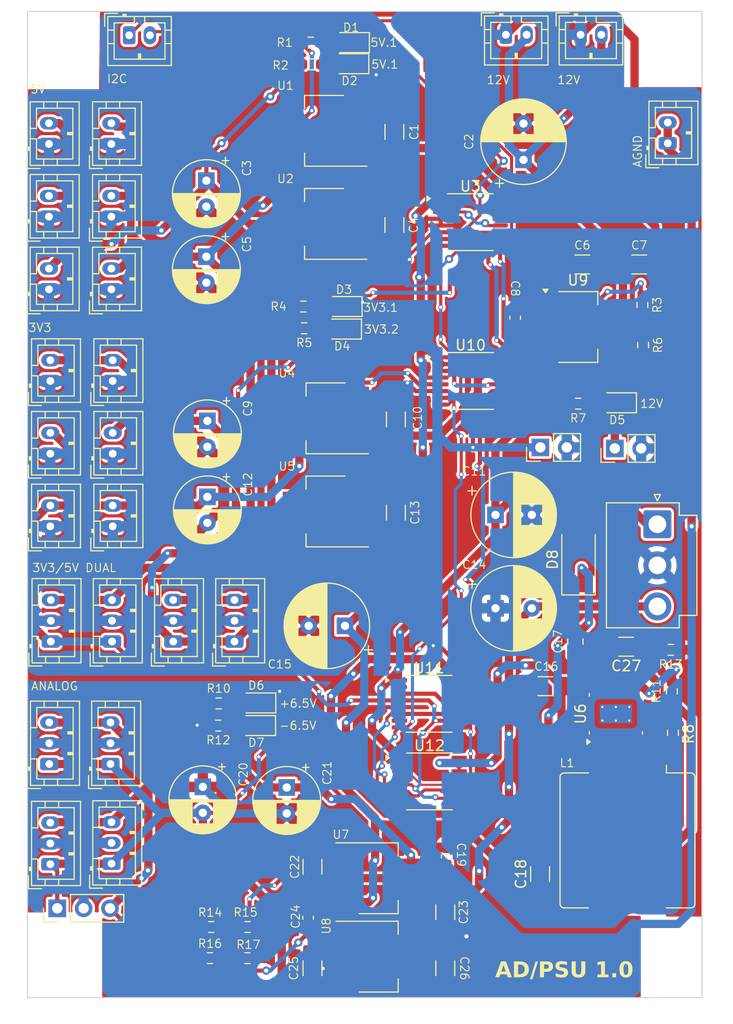
<source format=kicad_pcb>
(kicad_pcb (version 20240108) (generator "pcbnew") (generator_version "8.0")
  (layers (0 "F.Cu" signal) (31 "B.Cu" mixed) (34 "B.Paste" user) (35 "F.Paste" user) (36 "B.SilkS" user "B.Silkscreen") (37 "F.SilkS" user "F.Silkscreen") (38 "B.Mask" user) (39 "F.Mask" user) (44 "Edge.Cuts" user))
  (net 0 "")
  (net 1 "PGND")
  (net 2 "Net-(D1-A)")
  (net 3 "Net-(D2-A)")
  (net 4 "GND")
  (net 5 "7V")
  (net 6 "DC_NEG")
  (net 7 "DC_POS")
  (net 8 "VP")
  (net 9 "VN")
  (net 10 "AGND")
  (net 11 "5V_1")
  (net 12 "5V_2")
  (net 13 "3V3_1")
  (net 14 "3V3_2")
  (net 15 "12V")
  (net 16 "Net-(U8-ADJ)")
  (net 17 "Net-(D3-A)")
  (net 18 "Net-(D4-A)")
  (net 19 "Net-(D5-A)")
  (net 20 "Net-(D6-A)")
  (net 21 "Net-(D7-A)")
  (net 22 "Net-(U6-SS)")
  (net 23 "Net-(U9-GND)")
  (net 24 "Net-(U6-FB)")
  (net 25 "Net-(U7-ADJ)")
  (net 26 "RELAYGND")
  (net 27 "7V_5V")
  (net 28 "SDA")
  (net 29 "SCL")
  (net 30 "7V_3V3")
  (net 31 "VP_4_POS")
  (net 32 "VP_SW")
  (net 37 "Net-(U6-BOOT)")
  (net 38 "Net-(C27-Pad1)")
  (net 39 "Net-(U6-RT{slash}SYNC)")
  (net 41 "Net-(D8-K)")
  (footprint "MountingHole:MountingHole_3.2mm_M3" (layer "F.Cu") (at 102.5 127)
    (property "Reference" "H3" (hide yes))
    (property "Value" "MountingHole")
  )
  (footprint "Capacitor_SMD:C_1206_3216Metric_Pad1.33x1.80mm_HandSolder" (layer "F.Cu") (at 135.5 73.8083 90)
    (property "Reference" "C10")
    (property "Value" "10U")
  )
  (footprint "Resistor_SMD:R_0603_1608Metric_Pad0.98x0.95mm_HandSolder" (layer "F.Cu") (at 162.1 100 90)
    (property "Reference" "R11")
    (property "Value" "76.8k")
  )
  (footprint "Capacitor_THT:CP_Radial_D6.3mm_P2.50mm" (layer "F.Cu") (at 117.24 50.8026 -90)
    (property "Reference" "C3")
    (property "Value" "220u 10V")
  )
  (footprint "LED_SMD:LED_0805_2012Metric_Pad1.15x1.40mm_HandSolder" (layer "F.Cu") (at 130.325 65.1 180)
    (property "Reference" "D4")
    (property "Value" "YELLOW")
  )
  (footprint "Connector_JST:JST_PH_B2B-PH-K_1x02_P2.00mm_Vertical" (layer "F.Cu") (at 161.7 47.2 90)
    (property "Reference" "J5" (hide yes))
    (property "Value" "Conn_01x02_Pin")
  )
  (footprint "Resistor_SMD:R_0603_1608Metric_Pad0.98x0.95mm_HandSolder" (layer "F.Cu") (at 127.2875 37.5)
    (property "Reference" "R1")
    (property "Value" "3.3K")
  )
  (footprint "Connector_JST:JST_PH_B3B-PH-K_1x03_P2.00mm_Vertical" (layer "F.Cu") (at 108 107 90)
    (property "Reference" "J19" (hide yes))
    (property "Value" "Conn_01x03_Male")
  )
  (footprint "Resistor_SMD:R_0603_1608Metric_Pad0.98x0.95mm_HandSolder" (layer "F.Cu") (at 126.5825 62.93 180)
    (property "Reference" "R4")
    (property "Value" "3.3K")
  )
  (footprint "Connector_JST:JST_PH_B3B-PH-K_1x03_P2.00mm_Vertical" (layer "F.Cu") (at 114.05 95.2 90)
    (property "Reference" "J25" (hide yes))
    (property "Value" "Conn_01x03_Male")
  )
  (footprint "Capacitor_THT:CP_Radial_D8.0mm_P3.50mm" (layer "F.Cu") (at 145.1 83)
    (property "Reference" "C11")
    (property "Value" "100u 50V")
  )
  (footprint "Connector_JST:JST_PH_B2B-PH-K_1x02_P2.00mm_Vertical" (layer "F.Cu") (at 108.2125 70.1 90)
    (property "Reference" "J11" (hide yes))
    (property "Value" "Conn_01x02_Pin")
  )
  (footprint "Capacitor_THT:CP_Radial_D8.0mm_P3.50mm" (layer "F.Cu") (at 147.8 48.8 90)
    (property "Reference" "C2")
    (property "Value" "16V 470u")
  )
  (footprint "Capacitor_SMD:C_1206_3216Metric_Pad1.33x1.80mm_HandSolder" (layer "F.Cu") (at 153.4675 58.8775)
    (property "Reference" "C6")
    (property "Value" "10u")
  )
  (footprint "MountingHole:MountingHole_3.2mm_M3" (layer "F.Cu") (at 162.5 37)
    (property "Reference" "H2" (hide yes))
    (property "Value" "MountingHole")
  )
  (footprint "Capacitor_THT:CP_Radial_D6.3mm_P2.50mm" (layer "F.Cu") (at 117.24 58.1276 -90)
    (property "Reference" "C5")
    (property "Value" "220u 10V")
  )
  (footprint "Resistor_SMD:R_0603_1608Metric_Pad0.98x0.95mm_HandSolder" (layer "F.Cu") (at 121.2 122.7)
    (property "Reference" "R15")
    (property "Value" "800R")
  )
  (footprint "Connector_JST:JST_PH_B2B-PH-K_1x02_P2.00mm_Vertical" (layer "F.Cu") (at 108.0825 47.27 90)
    (property "Reference" "J4" (hide yes))
    (property "Value" "Conn_01x02_Pin")
  )
  (footprint "Connector_JST:JST_PH_B2B-PH-K_1x02_P2.00mm_Vertical" (layer "F.Cu") (at 153.3 36.75)
    (property "Reference" "J2" (hide yes))
    (property "Value" "Conn_01x02_Pin")
  )
  (footprint "Capacitor_SMD:C_1206_3216Metric_Pad1.33x1.80mm_HandSolder" (layer "F.Cu") (at 140.2625 121.2742 -90)
    (property "Reference" "C23")
    (property "Value" "47U")
  )
  (footprint "Connector_JST:JST_PH_B3B-PH-K_1x03_P2.00mm_Vertical" (layer "F.Cu") (at 108.1 116.6 90)
    (property "Reference" "J21" (hide yes))
    (property "Value" "Conn_01x03_Male")
  )
  (footprint "Connector_PinHeader_2.54mm:PinHeader_1x02_P2.54mm_Vertical" (layer "F.Cu") (at 149.425 76.5 90)
    (property "Reference" "J12" (hide yes))
    (property "Value" "Conn_01x02_Pin")
  )
  (footprint "Connector_JST:JST_PH_B3B-PH-K_1x03_P2.00mm_Vertical" (layer "F.Cu") (at 102.2 116.65 90)
    (property "Reference" "J20" (hide yes))
    (property "Value" "Conn_01x03_Male")
  )
  (footprint "Package_SO:TSSOP-16_4.4x5mm_P0.65mm" (layer "F.Cu") (at 142.7 70.1)
    (property "Reference" "U10")
    (property "Value" "INA260")
  )
  (footprint "Connector_JST:JST_PH_B2B-PH-K_1x02_P2.00mm_Vertical" (layer "F.Cu") (at 146.1 36.75)
    (property "Reference" "J1" (hide yes))
    (property "Value" "Conn_01x02_Pin")
  )
  (footprint "Connector_JST:JST_PH_B2B-PH-K_1x02_P2.00mm_Vertical" (layer "F.Cu") (at 108.0825 61.27 90)
    (property "Reference" "J9" (hide yes))
    (property "Value" "Conn_01x02_Pin")
  )
  (footprint "Connector_JST:JST_PH_B2B-PH-K_1x02_P2.00mm_Vertical" (layer "F.Cu") (at 102.2 84.1 90)
    (property "Reference" "J15" (hide yes))
    (property "Value" "Conn_01x02_Pin")
  )
  (footprint "Capacitor_THT:CP_Radial_D6.3mm_P2.50mm" (layer "F.Cu") (at 124.9815 109.26 -90)
    (property "Reference" "C21")
    (property "Value" "220u 10V")
  )
  (footprint "Package_SO:TSSOP-16_4.4x5mm_P0.65mm" (layer "F.Cu") (at 142.6875 54.8)
    (property "Reference" "U3")
    (property "Value" "INA260")
  )
  (footprint "MountingHole:MountingHole_3.2mm_M3" (layer "F.Cu") (at 102.5 37)
    (property "Reference" "H1" (hide yes))
    (property "Value" "MountingHole")
  )
  (footprint "LED_SMD:LED_0805_2012Metric_Pad1.15x1.40mm_HandSolder" (layer "F.Cu") (at 122.045 103.295 180)
    (property "Reference" "D7")
    (property "Value" "BLUE")
  )
  (footprint "Package_SO:Texas_R-PDSO-G8_EP2.95x4.9mm_Mask2.4x3.1mm_ThermalVias" (layer "F.Cu") (at 156.7 102.1625 90)
    (property "Reference" "U6")
    (property "Value" "LV14540")
  )
  (footprint "Resistor_SMD:R_0603_1608Metric_Pad0.98x0.95mm_HandSolder" (layer "F.Cu") (at 153.0675 72.285)
    (property "Reference" "R7")
    (property "Value" "3.3K")
  )
  (footprint "Capacitor_SMD:C_0805_2012Metric_Pad1.18x1.45mm_HandSolder" (layer "F.Cu") (at 152.8 95.2 90)
    (property "Reference" "C17")
    (property "Value" "0.1u")
  )
  (footprint "Capacitor_SMD:C_1206_3216Metric_Pad1.33x1.80mm_HandSolder" (layer "F.Cu") (at 127.4625 126.6742 -90)
    (property "Reference" "C25")
    (property "Value" "47U")
  )
  (footprint "Connector_JST:JST_PH_B2B-PH-K_1x02_P2.00mm_Vertical" (layer "F.Cu") (at 108.2125 77.1 90)
    (property "Reference" "J14" (hide yes))
    (property "Value" "Conn_01x02_Pin")
  )
  (footprint "Capacitor_THT:CP_Radial_D6.3mm_P2.50mm" (layer "F.Cu") (at 116.9 109.2 -90)
    (property "Reference" "C20")
    (property "Value" "220u 10V")
  )
  (footprint "Capacitor_SMD:C_1206_3216Metric_Pad1.33x1.80mm_HandSolder" (layer "F.Cu") (at 135.36 55.0791 -90)
    (property "Reference" "C4")
    (property "Value" "10U")
  )
  (footprint "Connector_JST:JST_PH_B3B-PH-K_1x03_P2.00mm_Vertical" (layer "F.Cu") (at 108.15 95.2 90)
    (property "Reference" "J24" (hide yes))
    (property "Value" "Conn_01x03_Male")
  )
  (footprint "Connector_JST:JST_PH_B3B-PH-K_1x03_P2.00mm_Vertical" (layer "F.Cu") (at 119.95 95.2 90)
    (property "Reference" "J26" (hide yes))
    (property "Value" "Conn_01x03_Male")
  )
  (footprint "Resistor_SMD:R_0603_1608Metric_Pad0.98x0.95mm_HandSolder" (layer "F.Cu") (at 162.2 104 90)
    (property "Reference" "R8")
    (property "Value" "76.8k")
  )
  (footprint "Resistor_SMD:R_0603_1608Metric_Pad0.98x0.95mm_HandSolder" (layer "F.Cu") (at 117.5875 125.7)
    (property "Reference" "R16")
    (property "Value" "120R")
  )
  (footprint "Resistor_SMD:R_0603_1608Metric_Pad0.98x0.95mm_HandSolder" (layer "F.Cu") (at 159.3275 66.64 -90)
    (property "Reference" "R6")
    (property "Value" "120R")
  )
  (footprint "Capacitor_THT:CP_Radial_D8.0mm_P3.50mm" (layer "F.Cu") (at 130.6 93.6883 180)
    (property "Reference" "C15")
    (property "Value" "10V 470u")
  )
  (footprint "Package_TO_SOT_SMD:SOT-223-3_TabPin2" (layer "F.Cu") (at 128.61 46 180)
    (property "Reference" "U1")
    (property "Value" "AMS1117-5.0")
  )
  (footprint "Package_TO_SOT_SMD:SOT-223-3_TabPin2" (layer "F.Cu") (at 133.8125 125.5542)
    (property "Reference" "U8")
    (property "Value" "LM337_SOT223")
  )
  (footprint "LED_SMD:LED_0805_2012Metric_Pad1.15x1.40mm_HandSolder" (layer "F.Cu") (at 131.0325 39.535 180)
    (property "Reference" "D2")
    (property "Value" "BLUE")
  )
  (footprint "LED_SMD:LED_0805_2012Metric_Pad1.15x1.40mm_HandSolder" (layer "F.Cu") (at 122.0673 101.1185 180)
    (property "Reference" "D6")
    (property "Value" "YELLOW")
  )
  (footprint "Resistor_SMD:R_0603_1608Metric_Pad0.98x0.95mm_HandSolder" (layer "F.Cu") (at 121.1875 125.7)
    (property "Reference" "R17")
    (property "Value" "800R")
  )
  (footprint "Package_TO_SOT_SMD:SOT-223-3_TabPin2" (layer "F.Cu") (at 153.05 64.9)
    (property "Reference" "U9")
    (property "Value" "NCP1117-12_SOT223")
  )
  (footprint "Package_TO_SOT_SMD:SOT-223-3_TabPin2" (layer "F.Cu") (at 128.61 54.9708 180)
    (property "Reference" "U2")
    (property "Value" "AMS1117-5.0")
  )
  (footprint "Package_SO:TSSOP-16_4.4x5mm_P0.65mm" (layer "F.Cu") (at 138.7375 108.675)
    (property "Reference" "U12")
    (property "Value" "INA260")
  )
  (footprint "Resistor_SMD:R_0603_1608Metric_Pad0.98x0.95mm_HandSolder" (layer "F.Cu") (at 126.6675 65.025)
    (property "Reference" "R5")
    (property "Value" "3.3K")
  )
  (footprint "Connector_JST:JST_PH_B2B-PH-K_1x02_P2.00mm_Vertical" (layer "F.Cu") (at 102.2 70.1 90)
    (property "Reference" "J10" (hide yes))
    (property "Value" "Conn_01x02_Pin")
  )
  (footprint "Package_TO_SOT_SMD:SOT-223-3_TabPin2" (layer "F.Cu") (at 128.75 73.7 180)
    (property "Reference" "U4")
    (property "Value" "ZLDO1117QG33TA")
  )
  (footprint "Connector_JST:JST_PH_B2B-PH-K_1x02_P2.00mm_Vertical" (layer "F.Cu") (at 102.07 61.27 90)
    (property "Reference" "J8" (hide yes))
    (property "Value" "Conn_01x02_Pin")
  )
  (footprint "Resistor_SMD:R_0603_1608Metric_Pad0.98x0.95mm_HandSolder" (layer "F.Cu") (at 162 96)
    (property "Reference" "R13")
    (property "Value" "10k")
  )
  (footprint "Resistor_SMD:R_0603_1608Metric_Pad0.98x0.95mm_HandSolder" (layer "F.Cu") (at 127.375 39.6)
    (property "Reference" "R2")
    (property "Value" "3.3K")
  )
  (footprint "Capacitor_SMD:C_1206_3216Metric_Pad1.33x1.80mm_HandSolder" (layer "F.Cu") (at 157.7 95.7 180)
    (property "Reference" "C27")
    (property "Value" "10U 50V")
  )
  (footprint "Resistor_SMD:R_0603_1608Metric_Pad0.98x0.95mm_HandSolder" (layer "F.Cu") (at 159.2575 62.7775 -90)
    (property "Reference" "R3")
    (property "Value" "1K")
  )
  (footprint "Connector_JST:JST_PH_B2B-PH-K_1x02_P2.00mm_Vertical" (layer "F.Cu") (at 102.07 54.27 90)
    (property "Reference" "J6" (hide yes))
    (property "Value" "Conn_01x02_Pin")
  )
  (footprint "Package_TO_SOT_SMD:SOT-223-3_TabPin2" (layer "F.Cu") (at 128.75 82.6708 180)
    (property "Reference" "U5")
    (property "Value" "ZLDO1117QG33TA")
  )
  (footprint "Capacitor_SMD:C_0603_1608Metric_Pad1.08x0.95mm_HandSolder" (layer "F.Cu") (at 140.4 115.9 -90)
    (property "Reference" "C19")
    (property "Value" "0.1U")
  )
  (footprint "Capacitor_SMD:C_1206_3216Metric_Pad1.33x1.80mm_HandSolder" (layer "F.Cu") (at 140.2625 126.6742 -90)
    (property "Reference" "C26")
    (property "Value" "10u")
  )
  (footprint "Capacitor_SMD:C_1206_3216Metric_Pad1.33x1.80mm_HandSolder" (layer "F.Cu") (at 158.9475 58.8775)
    (property "Reference" "C7")
    (property "Value" "47U")
  )
  (footprint "Connector_JST:JST_PH_B2B-PH-K_1x02_P2.00mm_Vertical" (layer "F.Cu") (at 108.0825 54.27 90)
    (property "Reference" "J7" (hide yes))
    (property "Value" "Conn_01x02_Pin")
  )
  (footprint "LED_SMD:LED_0805_2012Metric_Pad1.15x1.40mm_HandSolder" (layer "F.Cu") (at 130.3825 62.93 180)
    (property "Reference" "D3")
    (property "Value" "YELLOW")
  )
  (footprint "Package_SO:TSSOP-16_4.4x5mm_P0.65mm" (layer "F.Cu") (at 138.7 101.2)
    (property "Reference" "U11")
    (property "Value" "INA260")
  )
  (footprint "Resistor_SMD:R_0603_1608Metric_Pad0.98x0.95mm_HandSolder" (layer "F.Cu") (at 117.7 122.7)
    (property "Reference" "R14")
    (property "Value" "120R")
  )
  (footprint "Connector_JST:JST_PH_B3B-PH-K_1x03_P2.00mm_Vertical" (layer "F.Cu") (at 102.25 95.2 90)
    (property "Reference" "J23" (hide yes))
    (property "Value" "Conn_01x03_Male")
  )
  (footprint "Capacitor_THT:CP_Radial_D8.0mm_P3.50mm" (layer "F.Cu") (at 145.1 92)
    (property "Reference" "C14")
    (property "Value" "100u 50V")
  )
  (footprint "Connector_JST:JST_PH_B2B-PH-K_1x02_P2.00mm_Vertical" (layer "F.Cu") (at 109.8 36.8)
    (property "Reference" "J28" (hide yes))
    (property "Value" "Conn_01x02_Male")
  )
  (footprint "Capacitor_SMD:C_1206_3216Metric_Pad1.33x1.80mm_HandSolder" (layer "F.Cu") (at 149.9 99.5 180)
    (property "Reference" "C16")
    (property "Value" "10U 50V")
  )
  (footprint "Capacitor_THT:CP_Radial_D6.3mm_P2.50mm" (layer "F.Cu") (at 117.3346 73.9436 -90)
    (property "Reference" "C9")
    (property "Value" "220u 10V")
  )
  (footprint "Inductor_SMD:L_Bourns_SRR1208_12.7x12.7mm" (layer "F.Cu") (at 157.82 114.36 -90)
    (property "Reference" "L1")
    (property "Value" "10uH 21mOhm")
  )
  (footprint "Connector_JST:JST_PH_B2B-PH-K_1x02_P2.00mm_Vertical" (layer "F.Cu") (at 102.2 77.1 90)
    (property "Reference" "J13" (hide yes))
    (property "Value" "Conn_01x02_Pin")
  )
  (footprint "Capacitor_SMD:C_1206_3216Metric_Pad1.33x1.80mm_HandSolder" (layer "F.Cu") (at 127.4625 116.9042 90)
    (property "Reference" "C22")
    (property "Value" "10u")
  )
  (footprint "Connector_JST:JST_PH_B2B-PH-K_1x02_P2.00mm_Vertical" (layer "F.Cu") (at 102.07 47.27 90)
    (property "Reference" "J3" (hide yes))
    (property "Value" "Conn_01x02_Pin")
  )
  (footprint "Capacitor_SMD:C_1206_3216Metric_Pad1.33x1.80mm_HandSolder" (layer "F.Cu") (at 149.4 117.6 90)
    (property "Reference" "C18")
    (property "Value" "10U 50V")
  )
  (footprint "Diode_SMD:D_MELF" (layer "F.Cu") (at 153.1 87.3 90)
    (property "Reference" "D8")
    (property "Value" "D_Schottky")
  )
  (footprint "Capacitor_SMD:C_1206_3216Metric_Pad1.33x1.80mm_HandSolder" (layer "F.Cu") (at 135.5 82.7791 -90)
    (property "Reference" "C13")
    (property "Value" "10U")
  )
  (footprint "LED_SMD:LED_0805_2012Metric_Pad1.15x1.40mm_HandSolder" (layer "F.Cu") (at 156.825 72.2 180)
    (property "Reference" "D5")
    (property "Value" "BLUE")
  )
  (footprint "Connector_JST:JST_PH_B2B-PH-K_1x02_P2.00mm_Vertical" (layer "F.Cu") (at 108.2125 84.1 90)
    (property "Reference" "J16" (hide yes))
    (property "Value" "Conn_01x02_Pin")
  )
  (footprint "Capacitor_SMD:C_0603_1608Metric_Pad1.08x0.95mm_HandSolder" (layer "F.Cu") (at 127.0425 121.8042 -90)
    (property "Reference" "C24")
    (property "Value" "0.1U")
  )
  (footprint "Connector_JST:JST_PH_B3B-PH-K_1x03_P2.00mm_Vertical" (layer "F.Cu") (at 102.1 107 90)
    (property "Reference" "J18" (hide yes))
    (property "Value" "Conn_01x03_Male")
  )
  (footprint "Resistor_SMD:R_0603_1608Metric_Pad0.98x0.95mm_HandSolder" (layer "F.Cu") (at 118.4223 101.1635)
    (property "Reference" "R10")
    (property "Value" "3.3K")
  )
  (footprint "Capacitor_THT:CP_Radial_D6.3mm_P2.50mm" (layer "F.Cu") (at 117.3346 81.2686 -90)
    (property "Reference" "C12")
    (property "Value" "220u 10V")
  )
  (footprint "MountingHole:MountingHole_3.2mm_M3" (layer "F.Cu") (at 162.5 127)
    (property "Reference" "H4" (hide yes))
    (property "Value" "MountingHole")
  )
  (footprint "Resistor_SMD:R_0603_1608Metric_Pad0.98x0.95mm_HandSolder" (layer "F.Cu") (at 118.3875 103.3)
    (property "Reference" "R12")
    (property "Value" "3.3K")
  )
  (footprint "Connector_PinHeader_2.54mm:PinHeader_1x03_P2.54mm_Vertical" (layer "F.Cu") (at 102.87 120.9 90)
    (property "Reference" "J22" (hide yes))
    (property "Value" "Conn_01x03_Pin")
  )
  (footprint "Capacitor_SMD:C_0603_1608Metric_Pad1.08x0.95mm_HandSolder" (layer "F.Cu") (at 147 64 -90)
    (property "Reference" "C8")
    (property "Value" "0.1U")
  )
  (footprint "Package_TO_SOT_SMD:SOT-223-3_TabPin2" (layer "F.Cu") (at 133.8125 118.0042)
    (property "Reference" "U7")
    (property "Value" "LM317_SOT-223")
  )
  (footprint "Connector_JST:JST_VH_B3P-VH_1x03_P3.96mm_Vertical" (layer "F.Cu") (at 160.7 83.9 -90)
    (property "Reference" "J17" (hide yes))
    (property "Value" "Conn_01x03_Male")
  )
  (footprint "LED_SMD:LED_0805_2012Metric_Pad1.15x1.40mm_HandSolder" (layer "F.Cu") (at 131.0875 37.5 180)
    (property "Reference" "D1")
    (property "Value" "BLUE")
  )
  (footprint "Capacitor_SMD:C_1206_3216Metric_Pad1.33x1.80mm_HandSolder" (layer "F.Cu") (at 135.36 46.1083 90)
    (property "Reference" "C1")
    (property "Value" "10U")
  )
  (footprint "Connector_PinHeader_2.54mm:PinHeader_1x02_P2.54mm_Vertical" (layer "F.Cu") (at 156.6 76.6 90)
    (property "Reference" "J27" (hide yes))
    (property "Value" "Conn_01x02_Pin")
  )
  (gr_line (start 165 34.5) (end 165 129.5) (stroke (width 0.1)) (layer "Edge.Cuts"))
  (gr_line (start 100 129.5) (end 100 34.5) (stroke (width 0.1)) (layer "Edge.Cuts"))
  (gr_line (start 100 34.5) (end 165 34.5) (stroke (width 0.1)) (layer "Edge.Cuts"))
  (gr_line (start 165 129.5) (end 100 129.5) (stroke (width 0.1)) (layer "Edge.Cuts"))
  (gr_text "3V3/5V DUAL" (at 100.4 88.1 0) (layer "F.SilkS") (effects (font (size 0.8 0.8) (thickness 0.1)) (justify left)))
  (gr_text "3V3" (at 100.03 64.97 0) (layer "F.SilkS") (effects (font (size 0.8 0.8) (thickness 0.1)) (justify left)))
  (gr_text "+6.5V" (at 124.222288 101.163462 0) (layer "F.SilkS") (effects (font (size 0.8 0.8) (thickness 0.1)) (justify left)))
  (gr_text "AD/PSU 1.0" (at 158.4 127.8 0) (layer "F.SilkS") (effects (font (size 1.5 1.5) (thickness 0.3) (bold yes)) (justify right bottom)))
  (gr_text "5V" (at 100.22 42 0) (layer "F.SilkS") (effects (font (size 0.8 0.8) (thickness 0.1)) (justify left)))
  (gr_text "5V.1" (at 133.075 39.6 0) (layer "F.SilkS") (effects (font (size 0.8 0.8) (thickness 0.1)) (justify left)))
  (gr_text "5V.1" (at 132.9875 37.5 0) (layer "F.SilkS") (effects (font (size 0.8 0.8) (thickness 0.1)) (justify left)))
  (gr_text "I2C" (at 107.6 41 0) (layer "F.SilkS") (effects (font (size 0.8 0.8) (thickness 0.1)) (justify left)))
  (gr_text "12V" (at 151 41.1 0) (layer "F.SilkS") (effects (font (size 0.8 0.8) (thickness 0.1)) (justify left)))
  (gr_text "3V3.1\n" (at 132.2825 63.03 0) (layer "F.SilkS") (effects (font (size 0.8 0.8) (thickness 0.1)) (justify left)))
  (gr_text "ANALOG" (at 100.3 99.5 0) (layer "F.SilkS") (effects (font (size 0.8 0.8) (thickness 0.1)) (justify left)))
  (gr_text "12V" (at 158.98 72.285 0) (layer "F.SilkS") (effects (font (size 0.8 0.8) (thickness 0.1)) (justify left)))
  (gr_text "-6.5V" (at 124.2 103.3 0) (layer "F.SilkS") (effects (font (size 0.8 0.8) (thickness 0.1)) (justify left)))
  (gr_text "AGND\n" (at 158.8 49.6 90) (layer "F.SilkS") (effects (font (size 0.8 0.8) (thickness 0.1)) (justify left)))
  (gr_text "12V" (at 144.2 41.1 0) (layer "F.SilkS") (effects (font (size 0.8 0.8) (thickness 0.1)) (justify left)))
  (gr_text "3V3.2" (at 132.3675 65.125 0) (layer "F.SilkS") (effects (font (size 0.8 0.8) (thickness 0.1)) (justify left)))
  (segment (start 116.9 109.2) (end 119.46 111.76) (width 0.8) (layer "B.Cu") (net 1))
  (segment (start 119.46 111.76) (end 124.9815 111.76) (width 0.8) (layer "B.Cu") (net 1))
  (segment (start 128.2 37.5) (end 130.0625 37.5) (width 0.8) (layer "F.Cu") (net 2))
  (segment (start 128.2875 39.6) (end 129.9425 39.6) (width 0.8) (layer "F.Cu") (net 3))
  (segment (start 134.4 108) (end 134.4 108.901668) (width 0.3) (layer "F.Cu") (net 4))
  (segment (start 141.5625 102.175) (end 142.359878 102.175) (width 0.4) (layer "F.Cu") (net 4))
  (segment (start 142.7 101.834878) (end 142.7 98.615122) (width 0.4) (layer "F.Cu") (net 4))
  (segment (start 139.025 55.775) (end 139.825 55.775) (width 0.3) (layer "F.Cu") (net 4))
  (segment (start 137.100458 110.070205) (end 136.680253 109.65) (width 0.3) (layer "F.Cu") (net 4))
  (segment (start 137.670203 110.070205) (end 137.100458 110.070205) (width 0.3) (layer "F.Cu") (net 4))
  (segment (start 142.359878 102.175) (end 142.7 101.834878) (width 0.4) (layer "F.Cu") (net 4))
  (segment (start 131.4075 62.93) (end 131.8325 62.505) (width 0.4) (layer "F.Cu") (net 4))
  (segment (start 132.1125 37.5) (end 132.1125 39.48) (width 0.8) (layer "F.Cu") (net 4))
  (segment (start 139.93995 109.65) (end 139.78995 109.5) (width 0.3) (layer "F.Cu") (net 4))
  (segment (start 142.7 98.615122) (end 139.684878 95.6) (width 0.4) (layer "F.Cu") (net 4))
  (segment (start 137.420404 71.075) (end 136.622702 70.277298) (width 0.4) (layer "F.Cu") (net 4))
  (segment (start 134.629344 102.570656) (end 134.629344 103.115638) (width 0.3) (layer "F.Cu") (net 4))
  (segment (start 139.025 55.775) (end 136.8 58) (width 0.3) (layer "F.Cu") (net 4))
  (segment (start 143.209106 55.775) (end 140.625 58.359106) (width 0.3) (layer "F.Cu") (net 4))
  (segment (start 138.240408 109.5) (end 137.670203 110.070205) (width 0.3) (layer "F.Cu") (net 4))
  (segment (start 139.8375 71.075) (end 137.420404 71.075) (width 0.4) (layer "F.Cu") (net 4))
  (segment (start 145.5625 71.075) (end 144.765122 71.075) (width 0.4) (layer "F.Cu") (net 4))
  (segment (start 131.4075 62.93) (end 131.4075 65.0425) (width 0.4) (layer "F.Cu") (net 4))
  (segment (start 135.025 102.175) (end 135.8375 102.175) (width 0.3) (layer "F.Cu") (net 4))
  (segment (start 134.4 108.901668) (end 135.148332 109.65) (width 0.3) (layer "F.Cu") (net 4))
  (segment (start 136.680253 109.65) (end 135.875 109.65) (width 0.3) (layer "F.Cu") (net 4))
  (segment (start 131.8325 62.505) (end 132.3 62.505) (width 0.4) (layer "F.Cu") (net 4))
  (segment (start 144.765122 71.075) (end 142.925 72.915122) (width 0.4) (layer "F.Cu") (net 4))
  (segment (start 132.535 39.535) (end 133.6 40.6) (width 0.4) (layer "F.Cu") (net 4))
  (segment (start 139.78995 109.5) (end 138.240408 109.5) (width 0.3) (layer "F.Cu") (net 4))
  (segment (start 141.5625 102.175) (end 135.8375 102.175) (width 0.4) (layer "F.Cu") (net 4))
  (segment (start 139.684878 95.6) (end 139.1 95.6) (width 0.4) (layer "F.Cu") (net 4))
  (segment (start 136.8 58) (end 136.8 58.4) (width 0.3) (layer "F.Cu") (net 4))
  (segment (start 145.55 55.775) (end 143.209106 55.775) (width 0.3) (layer "F.Cu") (net 4))
  (segment (start 141.6 109.65) (end 139.93995 109.65) (width 0.3) (layer "F.Cu") (net 4))
  (segment (start 134.629344 102.570656) (end 135.025 102.175) (width 0.3) (layer "F.Cu") (net 4))
  (segment (start 132.0575 39.535) (end 132.535 39.535) (width 0.4) (layer "F.Cu") (net 4))
  (segment (start 135.875 109.65) (end 135.148332 109.65) (width 0.3) (layer "F.Cu") (net 4))
  (segment (start 142.925 72.915122) (end 142.925 76.5) (width 0.4) (layer "F.Cu") (net 4))
  (via (at 134.629344 103.115638) (size 0.6) (drill 0.3) (layers "F.Cu" "B.Cu") (net 4))
  (via (at 136.622702 70.277298) (size 0.45) (drill 0.3) (layers "F.Cu" "B.Cu") (net 4))
  (via (at 132.3 62.505) (size 0.45) (drill 0.3) (layers "F.Cu" "B.Cu") (net 4))
  (via (at 136.8 58.4) (size 0.45) (drill 0.3) (layers "F.Cu" "B.Cu") (net 4))
  (via (at 140.625 58.359106) (size 0.8) (drill 0.4) (layers "F.Cu" "B.Cu") (net 4))
  (via (at 133.6 40.6) (size 0.45) (drill 0.3) (layers "F.Cu" "B.Cu") (net 4))
  (via (at 142.925 76.5) (size 0.45) (drill 0.3) (layers "F.Cu" "B.Cu") (net 4))
  (via (at 134.4 108) (size 0.6) (drill 0.3) (layers "F.Cu" "B.Cu") (net 4))
  (via (at 139.1 95.6) (size 0.45) (drill 0.3) (layers "F.Cu" "B.Cu") (net 4))
  (segment (start 133.980761 108) (end 134.4 108) (width 0.3) (layer "B.Cu") (net 4))
  (segment (start 133.45 104.294982) (end 133.45 107.469239) (width 0.3) (layer "B.Cu") (net 4))
  (segment (start 140.625 58.359106) (end 138.059106 60.925) (width 0.3) (layer "B.Cu") (net 4))
  (segment (start 138.059106 60.925) (end 136.5 60.925) (width 0.3) (layer "B.Cu") (net 4))
  (segment (start 134.629344 103.115638) (end 133.45 104.294982) (width 0.3) (layer "B.Cu") (net 4))
  (segment (start 133.45 107.469239) (end 133.980761 108) (width 0.3) (layer "B.Cu") (net 4))
  (segment (start 140.8 76.5) (end 139.45 75.15) (width 0.8) (layer "B.Cu") (net 4))
  (segment (start 149.425 76.5) (end 140.8 76.5) (width 0.8) (layer "B.Cu") (net 4))
  (segment (start 141.125 69.615122) (end 141.125 70.338823) (width 0.4) (layer "F.Cu") (net 5))
  (segment (start 139.8375 68.475) (end 137.9 66.5375) (width 0.8) (layer "F.Cu") (net 5))
  (segment (start 137.9 66.3) (end 137.9 60.254308) (width 0.8) (layer "F.Cu") (net 5))
  (segment (start 145.5625 70.425) (end 144.468587 70.425) (width 0.4) (layer "F.Cu") (net 5))
  (segment (start 163.9 113.28) (end 163.9 102.7125) (width 0.8) (layer "F.Cu") (net 5))
  (segment (start 144.325 55.125) (end 144.1 54.9) (width 0.3) (layer "F.Cu") (net 5))
  (segment (start 137.9 60.254308) (end 137.749213 60.103521) (width 0.8) (layer "F.Cu") (net 5))
  (segment (start 139.8375 69.125) (end 140.634878 69.125) (width 0.4) (layer "F.Cu") (net 5))
  (segment (start 137.9 66.5375) (end 137.9 66.3) (width 0.8) (layer "F.Cu") (net 5))
  (segment (start 157.82 119.36) (end 163.9 113.28) (width 0.8) (layer "F.Cu") (net 5))
  (segment (start 163.9 102.7125) (end 162.1 100.9125) (width 0.8) (layer "F.Cu") (net 5))
  (segment (start 139.825 53.825) (end 139.825 53.175) (width 0.4) (layer "F.Cu") (net 5))
  (segment (start 139.825 52.525) (end 139.075 52.525) (width 0.8) (layer "F.Cu") (net 5))
  (segment (start 138.1 86.4) (end 130.8117 93.6883) (width 0.8) (layer "F.Cu") (net 5))
  (segment (start 145.55 55.125) (end 144.325 55.125) (width 0.3) (layer "F.Cu") (net 5))
  (segment (start 157.82 119.36) (end 148.36 119.36) (width 0.8) (layer "F.Cu") (net 5))
  (segment (start 142.225 53.825) (end 139.825 53.825) (width 0.3) (layer "F.Cu") (net 5))
  (segment (start 140.785787 111.785787) (end 148.36 119.36) (width 0.8) (layer "F.Cu") (net 5))
  (segment (start 139.8375 69.125) (end 139.8375 68.475) (width 0.4) (layer "F.Cu") (net 5))
  (segment (start 144.468587 70.425) (end 144.353752 70.539835) (width 0.4) (layer "F.Cu") (net 5))
  (segment (start 130.7 107.985786) (end 130.7 103) (width 0.8) (layer "F.Cu") (net 5))
  (segment (start 139.8375 67.825) (end 139.8375 68.475) (width 0.4) (layer "F.Cu") (net 5))
  (segment (start 139.825 52.525) (end 139.825 53.175) (width 0.4) (layer "F.Cu") (net 5))
  (segment (start 140.785787 111.785787) (end 134.500001 111.785787) (width 0.8) (layer "F.Cu") (net 5))
  (segment (start 134.500001 111.785787) (end 130.7 107.985786) (width 0.8) (layer "F.Cu") (net 5))
  (segment (start 139.075 52.525) (end 137.4 54.2) (width 0.8) (layer "F.Cu") (net 5))
  (segment (start 138.1 76.5) (end 138.1 86.4) (width 0.8) (layer "F.Cu") (net 5))
  (segment (start 142.5 54.1) (end 142.225 53.825) (width 0.3) (layer "F.Cu") (net 5))
  (segment (start 140.634878 69.125) (end 141.125 69.615122) (width 0.4) (layer "F.Cu") (net 5))
  (segment (start 137.9 66.3) (end 137.9 68.1) (width 0.8) (layer "F.Cu") (net 5))
  (via (at 130.7 103) (size 0.8) (drill 0.4) (layers "F.Cu" "B.Cu") (net 5))
  (via (at 141.125 70.338823) (size 0.45) (drill 0.3) (layers "F.Cu" "B.Cu") (net 5))
  (via (at 137.4 54.2) (size 0.8) (drill 0.4) (layers "F.Cu" "B.Cu") (net 5))
  (via (at 144.353752 70.539835) (size 0.45) (drill 0.3) (layers "F.Cu" "B.Cu") (net 5))
  (via (at 142.5 54.1) (size 0.8) (drill 0.4) (layers "F.Cu" "B.Cu") (net 5))
  (via (at 138.1 76.5) (size 0.8) (drill 0.4) (layers "F.Cu" "B.Cu") (net 5))
  (via (at 137.9 68.1) (size 0.8) (drill 0.4) (layers "F.Cu" "B.Cu") (net 5))
  (via (at 144.1 54.9) (size 0.8) (drill 0.4) (layers "F.Cu" "B.Cu") (net 5))
  (via (at 137.749213 60.103521) (size 0.8) (drill 0.4) (layers "F.Cu" "B.Cu") (net 5))
  (segment (start 144.353752 70.539835) (end 141.326012 70.539835) (width 0.4) (layer "B.Cu") (net 5))
  (segment (start 138.1 76.5) (end 138.1 68.3) (width 0.8) (layer "B.Cu") (net 5))
  (segment (start 137.9 54.7) (end 137.4 54.2) (width 0.8) (layer "B.Cu") (net 5))
  (segment (start 144.1 54.9) (end 143.3 54.9) (width 0.3) (layer "B.Cu") (net 5))
  (segment (start 141.326012 70.539835) (end 141.125 70.338823) (width 0.4) (layer "B.Cu") (net 5))
  (segment (start 132.45 101.25) (end 130.7 103) (width 0.8) (layer "B.Cu") (net 5))
  (segment (start 130.6 93.6883) (end 132.45 95.5383) (width 0.8) (layer "B.Cu") (net 5))
  (segment (start 137.749213 60.103521) (end 137.9 59.952734) (width 0.8) (layer "B.Cu") (net 5))
  (segment (start 138.1 68.3) (end 137.9 68.1) (width 0.8) (layer "B.Cu") (net 5))
  (segment (start 143.3 54.9) (end 142.5 54.1) (width 0.3) (layer "B.Cu") (net 5))
  (segment (start 137.9 59.952734) (end 137.9 54.7) (width 0.8) (layer "B.Cu") (net 5))
  (segment (start 132.45 95.5383) (end 132.45 101.25) (width 0.8) (layer "B.Cu") (net 5))
  (segment (start 108.1 116.6) (end 102.25 116.6) (width 0.8) (layer "F.Cu") (net 6))
  (segment (start 119.2117 128.2367) (end 124.9367 128.2367) (width 0.4) (layer "F.Cu") (net 6))
  (segment (start 116.9 111.7) (end 116.9 114) (width 0.8) (layer "F.Cu") (net 6))
  (segment (start 118.8 111.7) (end 116.9 111.7) (width 0.4) (layer "F.Cu") (net 6))
  (segment (start 124.5 121.6) (end 124.5 127.9) (width 0.8) (layer "F.Cu") (net 6))
  (segment (start 120.7 109.8) (end 118.8 111.7) (width 0.4) (layer "F.Cu") (net 6))
  (segment (start 123.07 103.295) (end 123.07 105.53) (width 0.4) (layer "F.Cu") (net 6))
  (segment (start 116.675 125.7) (end 119.2117 128.2367) (width 0.4) (layer "F.Cu") (net 6))
  (segment (start 124.9367 128.2367) (end 127.4625 128.2367) (width 0.8) (layer "F.Cu") (net 6))
  (segment (start 124.6 127.9) (end 124.9367 128.2367) (width 0.8) (layer "F.Cu") (net 6))
  (segment (start 108 107) (end 102.1 107) (width 0.8) (layer "F.Cu") (net 6))
  (segment (start 116.9 114) (end 124.5 121.6) (width 0.8) (layer "F.Cu") (net 6))
  (segment (start 124.5 127.9) (end 124.6 127.9) (width 0.8) (layer "F.Cu") (net 6))
  (segment (start 102.87 120.9) (end 102.87 117.32) (width 0.4) (layer "F.Cu") (net 6))
  (segment (start 123.07 105.53) (end 122.3 106.3) (width 0.4) (layer "F.Cu") (net 6))
  (segment (start 130.28 128.2367) (end 130.6625 127.8542) (width 0.8) (layer "F.Cu") (net 6))
  (segment (start 102.87 117.32) (end 102.2 116.65) (width 0.4) (layer "F.Cu") (net 6))
  (segment (start 127.4625 128.2367) (end 130.28 128.2367) (width 0.8) (layer "F.Cu") (net 6))
  (via (at 122.3 106.3) (size 0.45) (drill 0.3) (layers "F.Cu" "B.Cu") (net 6))
  (via (at 120.7 109.8) (size 0.45) (drill 0.3) (layers "F.Cu" "B.Cu") (net 6))
  (segment (start 112.7 111.7) (end 108 107) (width 0.8) (layer "B.Cu") (net 6))
  (segment (start 116.9 111.7) (end 112.7 111.7) (width 0.8) (layer "B.Cu") (net 6))
  (segment (start 122.3 108.2) (end 120.7 109.8) (width 0.4) (layer "B.Cu") (net 6))
  (segment (start 116.9 111.7) (end 113 111.7) (width 0.8) (layer "B.Cu") (net 6))
  (segment (start 113 111.7) (end 108.1 116.6) (width 0.8) (layer "B.Cu") (net 6))
  (segment (start 122.3 106.3) (end 122.3 108.2) (width 0.4) (layer "B.Cu") (net 6))
  (segment (start 111.65 106.65) (end 108 103) (width 0.8) (layer "F.Cu") (net 7))
  (segment (start 108.1 112.6) (end 102.25 112.6) (width 0.8) (layer "F.Cu") (net 7))
  (segment (start 136.9625 118.0042) (end 136.9625 115.7625) (width 0.8) (layer "F.Cu") (net 7))
  (segment (start 130.6625 118.0042) (end 136.9625 118.0042) (width 0.8) (layer "F.Cu") (net 7))
  (segment (start 114.7 106) (end 111.65 109.05) (width 0.8) (layer "F.Cu") (net 7))
  (segment (start 108 103) (end 102.1 103) (width 0.8) (layer "F.Cu") (net 7))
  (segment (start 122.46 109.26) (end 119.2 106) (width 0.8) (layer "F.Cu") (net 7))
  (segment (start 114.7 103.9733) (end 114.7 106) (width 0.4) (layer "F.Cu") (net 7))
  (segment (start 124.9815 109.26) (end 122.46 109.26) (width 0.8) (layer "F.Cu") (net 7))
  (segment (start 110.85 118) (end 107.95 120.9) (width 0.8) (layer "F.Cu") (net 7))
  (segment (start 138.555 118.0042) (end 140.2625 119.7117) (width 0.8) (layer "F.Cu") (net 7))
  (segment (start 136.9625 118.0042) (end 138.555 118.0042) (width 0.8) (layer "F.Cu") (net 7))
  (segment (start 119.2 106) (end 114.7 106) (width 0.8) (layer "F.Cu") (net 7))
  (segment (start 111 118) (end 110.85 118) (width 0.8) (layer "F.Cu") (net 7))
  (segment (start 111.65 109.05) (end 111.65 106.65) (width 0.8) (layer "F.Cu") (net 7))
  (segment (start 111.65 117.2) (end 111.6 117.25) (width 0.8) (layer "F.Cu") (net 7))
  (segment (start 111.65 109.05) (end 111.65 117.2) (width 0.8) (layer "F.Cu") (net 7))
  (segment (start 109.75 122.7) (end 107.95 120.9) (width 0.4) (layer "F.Cu") (net 7))
  (segment (start 124.9815 109.26) (end 128.16086 109.26) (width 0.8) (layer "F.Cu") (net 7))
  (segment (start 111.65 109.05) (end 108.1 112.6) (width 0.8) (layer "F.Cu") (net 7))
  (segment (start 117.5098 101.1635) (end 114.7 103.9733) (width 0.4) (layer "F.Cu") (net 7))
  (segment (start 116.7875 122.7) (end 109.75 122.7) (width 0.4) (layer "F.Cu") (net 7))
  (segment (start 128.16086 109.26) (end 129.28043 110.37957) (width 0.8) (layer "F.Cu") (net 7))
  (via (at 129.28043 110.37957) (size 0.8) (drill 0.4) (layers "F.Cu" "B.Cu") (net 7))
  (via (at 136.9625 115.7625) (size 0.8) (drill 0.4) (layers "F.Cu" "B.Cu") (net 7))
  (via (at 111 118) (size 0.8) (drill 0.4) (layers "F.Cu" "B.Cu") (net 7))
  (via (at 111.6 117.25) (size 0.8) (drill 0.4) (layers "F.Cu" "B.Cu") (net 7))
  (segment (start 111.6 117.4) (end 111.6 117.25) (width 0.8) (layer "B.Cu") (net 7))
  (segment (start 136.9625 115.7625) (end 131.57957 110.37957) (width 0.8) (layer "B.Cu") (net 7))
  (segment (start 131.57957 110.37957) (end 129.28043 110.37957) (width 0.8) (layer "B.Cu") (net 7))
  (segment (start 111 118) (end 111.6 117.4) (width 0.8) (layer "B.Cu") (net 7))
  (segment (start 148.5 61.903984) (end 148.5 65.8) (width 0.4) (layer "F.Cu") (net 8))
  (segment (start 135.7 97.9) (end 135.7 99.4375) (width 0.8) (layer "F.Cu") (net 8))
  (segment (start 135.875 106.4) (end 135.875 107.05) (width 0.2) (layer "F.Cu") (net 8))
  (segment (start 135.8375 100.225) (end 135.8375 99.575) (width 0.4) (layer "F.Cu") (net 8))
  (segment (start 145.1 83) (end 145.1 76.7) (width 0.8) (layer "F.Cu") (net 8))
  (segment (start 141.6 109) (end 137.929289 109) (width 0.2) (layer "F.Cu") (net 8))
  (segment (start 133.2 102.8) (end 133.2 103.725) (width 0.8) (layer "F.Cu") (net 8))
  (segment (start 147.266484 63.1375) (end 148.5 61.903984) (width 0.4) (layer "F.Cu") (net 8))
  (segment (start 137.929289 109) (end 136.629289 107.7) (width 0.2) (layer "F.Cu") (net 8))
  (segment (start 135.875 107.05) (end 135.875 107.7) (width 0.2) (layer "F.Cu") (net 8))
  (segment (start 135.7 99.4375) (end 135.8375 99.575) (width 0.8) (layer "F.Cu") (net 8))
  (segment (start 133.2 103.725) (end 135.875 106.4) (width 0.8) (layer "F.Cu") (net 8))
  (segment (start 139.275 100.225) (end 135.8375 100.225) (width 0.4) (layer "F.Cu") (net 8))
  (segment (start 140.575 101.525) (end 139.275 100.225) (width 0.4) (layer "F.Cu") (net 8))
  (segment (start 141.5625 101.525) (end 140.575 101.525) (width 0.4) (layer "F.Cu") (net 8))
  (segment (start 135.8375 99.575) (end 135.8375 98.925) (width 0.4) (layer "F.Cu") (net 8))
  (segment (start 145.1 85.1) (end 135.9 94.3) (width 0.8) (layer "F.Cu") (net 8))
  (segment (start 146.8 81.3) (end 145.1 83) (width 0.8) (layer "F.Cu") (net 8))
  (segment (start 145.1 83) (end 145.1 85.1) (width 0.8) (layer "F.Cu") (net 8))
  (segment (start 148.5 65.8) (end 149.9 67.2) (width 0.4) (layer "F.Cu") (net 8))
  (segment (start 136.629289 107.7) (end 135.875 107.7) (width 0.2) (layer "F.Cu") (net 8))
  (segment (start 135.7 98.1) (end 134.1 99.7) (width 0.8) (layer "F.Cu") (net 8))
  (segment (start 151.526484 58.8775) (end 148.5 61.903984) (width 0.4) (layer "F.Cu") (net 8))
  (segment (start 149.9 71.9) (end 149.9 67.2) (width 0.8) (layer "F.Cu") (net 8))
  (segment (start 157.1 81.3) (end 146.8 81.3) (width 0.8) (layer "F.Cu") (net 8))
  (segment (start 135.7 97.9) (end 135.7 98.1) (width 0.8) (layer "F.Cu") (net 8))
  (segment (start 145.1 76.7) (end 149.9 71.9) (width 0.8) (layer "F.Cu") (net 8))
  (segment (start 160.2 84.4) (end 157.1 81.3) (width 0.8) (layer "F.Cu") (net 8))
  (via (at 133.2 102.8) (size 0.8) (drill 0.4) (layers "F.Cu" "B.Cu") (net 8))
  (via (at 135.9 94.3) (size 0.45) (drill 0.3) (layers "F.Cu" "B.Cu") (net 8))
  (via (at 134.1 99.7) (size 0.8) (drill 0.4) (layers "F.Cu" "B.Cu") (net 8))
  (via (at 135.7 97.9) (size 0.45) (drill 0.3) (layers "F.Cu" "B.Cu") (net 8))
  (segment (start 135.9 97.7) (end 135.7 97.9) (width 0.8) (layer "B.Cu") (net 8))
  (segment (start 134.1 101.9) (end 133.2 102.8) (width 0.8) (layer "B.Cu") (net 8))
  (segment (start 134.1 99.7) (end 134.1 101.9) (width 0.8) (layer "B.Cu") (net 8))
  (segment (start 135.9 94.3) (end 135.9 97.7) (width 0.8) (layer "B.Cu") (net 8))
  (segment (start 146.4 109.2) (end 146.4 110.4) (width 0.8) (layer "F.Cu") (net 9))
  (segment (start 136.9625 125.5542) (end 137.58 125.5542) (width 0.8) (layer "F.Cu") (net 9))
  (segment (start 140.4 116.9) (end 142.9 119.4) (width 0.4) (layer "F.Cu") (net 9))
  (segment (start 148.6 92) (end 146.4 94.2) (width 0.8) (layer "F.Cu") (net 9))
  (segment (start 140.4 116.7625) (end 140.4 116.9) (width 0.4) (layer "F.Cu") (net 9))
  (segment (start 146.4 110.4) (end 146.3 110.5) (width 0.8) (layer "F.Cu") (net 9))
  (segment (start 130.6625 125.5542) (end 136.9625 125.5542) (width 0.8) (layer "F.Cu") (net 9))
  (segment (start 143.524585 118.775415) (end 143.524585 117.3) (width 0.8) (layer "F.Cu") (net 9))
  (segment (start 146.3 110.5) (end 146.3 112.5) (width 0.8) (layer "F.Cu") (net 9))
  (segment (start 160.7 91.82) (end 148.78 91.82) (width 0.8) (layer "F.Cu") (net 9))
  (segment (start 137.58 125.5542) (end 140.2625 128.2367) (width 0.8) (layer "F.Cu") (net 9))
  (segment (start 142.9 119.4) (end 143.524585 118.775415) (width 0.8) (layer "F.Cu") (net 9))
  (segment (start 136.9625 125.5542) (end 136.9625 122.8542) (width 0.8) (layer "F.Cu") (net 9))
  (segment (start 136.9625 122.8542) (end 138.8425 120.9742) (width 0.8) (layer "F.Cu") (net 9))
  (segment (start 141.3258 120.9742) (end 142.9 119.4) (width 0.8) (layer "F.Cu") (net 9))
  (segment (start 138.8425 120.9742) (end 141.3258 120.9742) (width 0.8) (layer "F.Cu") (net 9))
  (segment (start 146.3 112.5) (end 145.7 113.1) (width 0.8) (layer "F.Cu") (net 9))
  (segment (start 146.4 94.2) (end 146.4 104.1) (width 0.8) (layer "F.Cu") (net 9))
  (via (at 145.7 113.1) (size 0.8) (drill 0.4) (layers "F.Cu" "B.Cu") (net 9))
  (via (at 143.524585 117.3) (size 0.8) (drill 0.4) (layers "F.Cu" "B.Cu") (net 9))
  (via (at 146.4 104.1) (size 0.8) (drill 0.4) (layers "F.Cu" "B.Cu") (net 9))
  (via (at 146.4 109.2) (size 0.8) (drill 0.4) (layers "F.Cu" "B.Cu") (net 9))
  (segment (start 146.4 104.1) (end 146.4 109.2) (width 0.8) (layer "B.Cu") (net 9))
  (segment (start 145.7 113.1) (end 143.524585 115.275415) (width 0.8) (layer "B.Cu") (net 9))
  (segment (start 143.524585 115.275415) (end 143.524585 117.3) (width 0.8) (layer "B.Cu") (net 9))
  (segment (start 127.4625 125.1117) (end 127.4625 125.6625) (width 0.4) (layer "F.Cu") (net 10))
  (segment (start 117.475 103.3) (end 116.4 103.3) (width 0.4) (layer "F.Cu") (net 10))
  (segment (start 161.7 45.2) (end 161.7 47.2) (width 0.8) (layer "F.Cu") (net 10))
  (segment (start 164 50) (end 164 84.1) (width 0.8) (layer "F.Cu") (net 10))
  (segment (start 161.7 47.2) (end 161.7 47.7) (width 0.8) (layer "F.Cu") (net 10))
  (segment (start 127.4625 125.6625) (end 128.5 126.7) (width 0.4) (layer "F.Cu") (net 10))
  (segment (start 161.7 47.7) (end 164 50) (width 0.8) (layer "F.Cu") (net 10))
  (segment (start 116.4 103.3) (end 116.363948 103.263948) (width 0.4) (layer "F.Cu") (net 10))
  (segment (start 140.2625 122.8367) (end 141.5367 122.8367) (width 0.8) (layer "F.Cu") (net 10))
  (segment (start 141.5367 122.8367) (end 142.3 123.6) (width 0.8) (layer "F.Cu") (net 10))
  (segment (start 123.1815 101.1185) (end 124.3 100) (width 0.4) (layer "F.Cu") (net 10))
  (via (at 142.3 123.6) (size 0.8) (drill 0.4) (layers "F.Cu" "B.Cu") (net 10))
  (via (at 128.5 126.7) (size 0.45) (drill 0.3) (layers "F.Cu" "B.Cu") (net 10))
  (via (at 164 84.1) (size 0.8) (drill 0.4) (layers "F.Cu" "B.Cu") (net 10))
  (via (at 124.3 100) (size 0.45) (drill 0.3) (layers "F.Cu" "B.Cu") (net 10))
  (via (at 116.363948 103.263948) (size 0.45) (drill 0.3) (layers "F.Cu" "B.Cu") (net 10))
  (segment (start 162.7 122.4) (end 158.8 122.4) (width 0.8) (layer "B.Cu") (net 10))
  (segment (start 164 84.1) (end 164 121.1) (width 0.8) (layer "B.Cu") (net 10))
  (segment (start 164 121.1) (end 162.7 122.4) (width 0.8) (layer "B.Cu") (net 10))
  (segment (start 158.8 122.4) (end 156.4 124.8) (width 0.8) (layer "B.Cu") (net 10))
  (segment (start 131.76 46) (end 125.46 46) (width 0.8) (layer "F.Cu") (net 11))
  (segment (start 108.59651 45.6) (end 109.7 45.6) (width 0.8) (layer "F.Cu") (net 11))
  (segment (start 110 58.2) (end 110 56) (width 0.8) (layer "F.Cu") (net 11))
  (segment (start 127.4 44.06) (end 125.46 46) (width 0.4) (layer "F.Cu") (net 11))
  (segment (start 110 45.9) (end 109.7 45.6) (width 0.8) (layer "F.Cu") (net 11))
  (segment (start 108.26651 45.27) (end 108.59651 45.6) (width 0.8) (layer "F.Cu") (net 11))
  (segment (start 121.5 62.3876) (end 117.24 58.1276) (width 0.8) (layer "F.Cu") (net 11))
  (segment (start 108.15 91.2) (end 111.25 88.1) (width 0.8) (layer "F.Cu") (net 11))
  (segment (start 109.87 52.27) (end 110 52.4) (width 0.8) (layer "F.Cu") (net 11))
  (segment (start 108.15 91.2) (end 102.25 91.2) (width 0.8) (layer "F.Cu") (net 11))
  (segment (start 117.24 58.1276) (end 112.1276 58.1276) (width 0.8) (layer "F.Cu") (net 11))
  (segment (start 108.0825 59.27) (end 108.93 59.27) (width 0.8) (layer "F.Cu") (net 11))
  (segment (start 125.46 50.44) (end 122.7 53.2) (width 0.8) (layer "F.Cu") (net 11))
  (segment (start 118.3 88.1) (end 121.5 84.9) (width 0.8) (layer "F.Cu") (net 11))
  (segment (start 121.5 84.9) (end 121.5 62.3876) (width 0.8) (layer "F.Cu") (net 11))
  (segment (start 110 52.4) (end 110 45.9) (width 0.8) (layer "F.Cu") (net 11))
  (segment (start 112.1276 58.1276) (end 110 56) (width 0.8) (layer "F.Cu") (net 11))
  (segment (start 108.93 59.27) (end 110 58.2) (width 0.8) (layer "F.Cu") (net 11))
  (segment (start 108.0825 52.27) (end 109.87 52.27) (width 0.8) (layer "F.Cu") (net 11))
  (segment (start 126.375 37.5) (end 127.4 38.525) (width 0.4) (layer "F.Cu") (net 11))
  (segment (start 111.25 88.1) (end 118.3 88.1) (width 0.8) (layer "F.Cu") (net 11))
  (segment (start 110 56) (end 110 52.4) (width 0.8) (layer "F.Cu") (net 11))
  (segment (start 125.46 46) (end 125.46 50.44) (width 0.8) (layer "F.Cu") (net 11))
  (via (at 127.4 38.525) (size 0.6) (drill 0.3) (layers "F.Cu" "B.Cu") (net 11))
  (via (at 127.4 44.06) (size 0.6) (drill 0.3) (layers "F.Cu" "B.Cu") (net 11))
  (via (at 122.7 53.2) (size 0.8) (drill 0.4) (layers "F.Cu" "B.Cu") (net 11))
  (segment (start 122.7 53.2) (end 122.1676 53.2) (width 0.8) (layer "B.Cu") (net 11))
  (segment (start 127.4 38.525) (end 127.4 44.06) (width 0.4) (layer "B.Cu") (net 11))
  (segment (start 122.1676 53.2) (end 117.24 58.1276) (width 0.8) (layer "B.Cu") (net 11))
  (segment (start 108.1 56.9) (end 107.4 56.9) (width 0.8) (layer "F.Cu") (net 12))
  (segment (start 119.95 91.2) (end 114.05 91.2) (width 0.8) (layer "F.Cu") (net 12))
  (segment (start 104.3 52.7) (end 103.87 52.27) (width 0.8) (layer "F.Cu") (net 12))
  (segment (start 123.4 42.7) (end 123.4 42.6625) (width 0.4) (layer "F.Cu") (net 12))
  (segment (start 103.07 45.27) (end 104.3 46.5) (width 0.8) (layer "F.Cu") (net 12))
  (segment (start 125.46 54.9708) (end 121.4082 54.9708) (width 0.8) (layer "F.Cu") (net 12))
  (segment (start 123.5 88.9) (end 123.5 56.9308) (width 0.8) (layer "F.Cu") (net 12))
  (segment (start 103.87 52.27) (end 102.07 52.27) (width 0.8) (layer "F.Cu") (net 12))
  (segment (start 119.95 91.2) (end 121.2 91.2) (width 0.8) (layer "F.Cu") (net 12))
  (segment (start 102.07 45.27) (end 103.07 45.27) (width 0.8) (layer "F.Cu") (net 12))
  (segment (start 131.76 54.9708) (end 125.46 54.9708) (width 0.8) (layer "F.Cu") (net 12))
  (segment (start 123.5 56.9308) (end 125.46 54.9708) (width 0.8) (layer "F.Cu") (net 12))
  (segment (start 104.3 46.5) (end 104.3 52.7) (width 0.8) (layer "F.Cu") (net 12))
  (segment (start 107.4 56.9) (end 107.26 57.04) (width 0.8) (layer "F.Cu") (net 12))
  (segment (start 121.2 91.2) (end 123.5 88.9) (width 0.8) (layer "F.Cu") (net 12))
  (segment (start 104.3 57.04) (end 104.3 52.7) (width 0.8) (layer "F.Cu") (net 12))
  (segment (start 102.07 59.27) (end 104.3 57.04) (width 0.8) (layer "F.Cu") (net 12))
  (segment (start 123.4 42.6625) (end 126.4625 39.6) (width 0.4) (layer "F.Cu") (net 12))
  (segment (start 107.26 57.04) (end 104.3 57.04) (width 0.8) (layer "F.Cu") (net 12))
  (segment (start 117.24 51.26) (end 112.9 55.6) (width 0.8) (layer "F.Cu") (net 12))
  (segment (start 117.24 48.66) (end 118.7 47.2) (width 0.4) (layer "F.Cu") (net 12))
  (segment (start 117.24 48.8225) (end 117.24 48.66) (width 0.4) (layer "F.Cu") (net 12))
  (segment (start 121.4082 54.9708) (end 117.24 50.8026) (width 0.8) (layer "F.Cu") (net 12))
  (segment (start 117.24 50.8026) (end 117.24 51.26) (width 0.8) (layer "F.Cu") (net 12))
  (segment (start 117.24 48.8225) (end 117.24 50.8026) (width 0.4) (layer "F.Cu") (net 12))
  (via (at 112.9 55.6) (size 0.8) (drill 0.4) (layers "F.Cu" "B.Cu") (net 12))
  (via (at 108.1 56.9) (size 0.8) (drill 0.4) (layers "F.Cu" "B.Cu") (net 12))
  (via (at 118.7 47.2) (size 0.8) (drill 0.4) (layers "F.Cu" "B.Cu") (net 12))
  (via (at 123.4 42.7) (size 0.8) (drill 0.4) (layers "F.Cu" "B.Cu") (net 12))
  (segment (start 112.9 55.6) (end 109.4 55.6) (width 0.8) (layer "B.Cu") (net 12))
  (segment (start 109.4 55.6) (end 108.1 56.9) (width 0.8) (layer "B.Cu") (net 12))
  (segment (start 123.2 42.7) (end 123.4 42.7) (width 0.4) (layer "B.Cu") (net 12))
  (segment (start 118.7 47.2) (end 123.2 42.7) (width 0.4) (layer "B.Cu") (net 12))
  (segment (start 132.982501 61.88) (end 133.02 61.88) (width 0.3) (layer "F.Cu") (net 13))
  (segment (start 110.85 97.9) (end 108.15 95.2) (width 0.4) (layer "F.Cu") (net 13))
  (segment (start 130.82 61.88) (end 130.2825 62.4175) (width 0.3) (layer "F.Cu") (net 13))
  (segment (start 102 95.2) (end 100.7 93.9) (width 0.8) (layer "F.Cu") (net 13))
  (segment (start 127.495 62.93) (end 126.6925 63.7325) (width 0.4) (layer "F.Cu") (net 13))
  (segment (start 129.8 73.7) (end 125.6 73.7) (width 0.8) (layer "F.Cu") (net 13))
  (segment (start 126 97.9) (end 110.85 97.9) (width 0.4) (layer "F.Cu") (net 13))
  (segment (start 139.8375 70.425) (end 137.725 70.425) (width 0.4) (layer "F.Cu") (net 13))
  (segment (start 128.1 100) (end 126 97.9) (width 0.4) (layer "F.Cu") (net 13))
  (segment (start 140.7 60.477622) (end 140.7 61.6) (width 0.4) (layer "F.Cu") (net 13))
  (segment (start 146.7 67.515122) (end 145.384878 66.2) (width 0.4) (layer "F.Cu") (net 13))
  (segment (start 146.7 71.384878) (end 146.7 67.515122) (width 0.4) (layer "F.Cu") (net 13))
  (segment (start 139.127773 102.827773) (end 139.351391 102.827773) (width 0.3) (layer "F.Cu") (net 13))
  (segment (start 105.9 82.1) (end 102.2 82.1) (width 0.8) (layer "F.Cu") (net 13))
  (segment (start 130.2825 62.4175) (end 130.2825 63.635456) (width 0.3) (layer "F.Cu") (net 13))
  (segment (start 116.5032 82.1) (end 117.3346 81.2686) (width 0.8) (layer "F.Cu") (net 13))
  (segment (start 130.65 70.25) (end 129.8 71.1) (width 0.4) (layer "F.Cu") (net 13))
  (segment (start 130.2825 63.635456) (end 129.867956 64.05) (width 0.3) (layer "F.Cu") (net 13))
  (segment (start 141.6 110.3) (end 139.4 110.3) (width 0.3) (layer "F.Cu") (net 13))
  (segment (start 145.55 56.425) (end 144.752622 56.425) (width 0.4) (layer "F.Cu") (net 13))
  (segment (start 108.2125 82.1) (end 105.9 82.1) (width 0.8) (layer "F.Cu") (net 13))
  (segment (start 144.6 58.9) (end 144.4125 58.7125) (width 0.4) (layer "F.Cu") (net 13))
  (segment (start 126.7425 64.05) (end 126.6925 64.1) (width 0.3) (layer "F.Cu") (net 13))
  (segment (start 145.384878 66.2) (end 145.2 66.2) (width 0.4) (layer "F.Cu") (net 13))
  (segment (start 100.7 93.9) (end 100.7 83.41599) (width 0.8) (layer "F.Cu") (net 13))
  (segment (start 135.8375 100.875) (end 138.675 100.875) (width 0.4) (layer "F.Cu") (net 13))
  (segment (start 144.752622 56.425) (end 140.7 60.477622) (width 0.4) (layer "F.Cu") (net 13))
  (segment (start 131.9 73.7) (end 129.8 73.7) (width 0.8) (layer "F.Cu") (net 13))
  (segment (start 126.6925 64.1) (end 126.6925 72.6075) (width 0.4) (layer "F.Cu") (net 13))
  (segment (start 137.725 70.425) (end 136.65 69.35) (width 0.4) (layer "F.Cu") (net 13))
  (segment (start 146.359878 71.725) (end 146.7 71.384878) (width 0.4) (layer "F.Cu") (net 13))
  (segment (start 126.6925 63.7325) (end 126.6925 64.1) (width 0.4) (layer "F.Cu") (net 13))
  (segment (start 138.1 104) (end 139.1 103) (width 0.3) (layer "F.Cu") (net 13))
  (segment (start 144.4125 58.7125) (end 144.4125 56.765122) (width 0.4) (layer "F.Cu") (net 13))
  (segment (start 137.010048 109) (end 137.380253 109.370205) (width 0.3) (layer "F.Cu") (net 13))
  (segment (start 126.2 78.3) (end 126.2 74.3) (width 0.8) (layer "F.Cu") (net 13))
  (segment (start 132.982501 61.88) (end 130.82 61.88) (width 0.3) (layer "F.Cu") (net 13))
  (segment (start 100.7 83.41599) (end 102.01599 82.1) (width 0.8) (layer "F.Cu") (net 13))
  (segment (start 126.6925 72.6075) (end 125.6 73.7) (width 0.4) (layer "F.Cu") (net 13))
  (segment (start 144.4125 56.765122) (end 144.752622 56.425) (width 0.4) (layer "F.Cu") (net 13))
  (segment (start 135.875 108.35) (end 135.875 109) (width 0.3) (layer "F.Cu") (net 13))
  (segment (start 139.4 110.3) (end 139.3 110.2) (width 0.3) (layer "F.Cu") (net 13))
  (segment (start 139.1 103) (end 139.1 102.8) (width 0.3) (layer "F.Cu") (net 13))
  (segment (start 139.354164 102.825) (end 139.351391 102.827773) (width 0.4) (layer "F.Cu") (net 13))
  (segment (start 135.875 109) (end 137.010048 109) (width 0.3) (layer "F.Cu") (net 13))
  (segment (start 138.675 100.875) (end 139.2 101.4) (width 0.4) (layer "F.Cu") (net 13))
  (segment (start 129.867956 64.05) (end 126.7425 64.05) (width 0.3) (layer "F.Cu") (net 13))
  (segment (start 145.5625 71.725) (end 146.359878 71.725) (width 0.4) (layer "F.Cu") (net 13))
  (segment (start 141.5625 102.825) (end 139.354164 102.825) (width 0.4) (layer "F.Cu") (net 13))
  (segment (start 133.2 70.25) (end 130.65 70.25) (width 0.4) (layer "F.Cu") (net 13))
  (segment (start 139.1 102.8) (end 139.127773 102.827773) (width 0.3) (layer "F.Cu") (net 13))
  (segment (start 105.9 78.525) (end 102.475 75.1) (width 0.8) (layer "F.Cu") (net 13))
  (segment (start 108.2125 82.1) (end 116.5032 82.1) (width 0.8) (layer "F.Cu") (net 13))
  (segment (start 133.02 61.88) (end 133.3 61.6) (width 0.3) (layer "F.Cu") (net 13))
  (segment (start 105.9 82.1) (end 105.9 78.525) (width 0.8) (layer "F.Cu") (net 13))
  (segment (start 129.8 71.1) (end 129.8 73.7) (width 0.4) (layer "F.Cu") (net 13))
  (segment (start 135.8375 100.875) (end 131.2 100.875) (width 0.4) (layer "F.Cu") (net 13))
  (via (at 139.2 101.4) (size 0.45) (drill 0.3) (layers "F.Cu" "B.Cu") (net 13))
  (via (at 144.6 58.9) (size 0.45) (drill 0.3) (layers "F.Cu" "B.Cu") (net 13))
  (via (at 137.380253 109.370205) (size 0.6) (drill 0.3) (layers "F.Cu" "B.Cu") (net 13))
  (via (at 136.65 69.35) (size 0.45) (drill 0.3) (layers "F.Cu" "B.Cu") (net 13))
  (via (at 138.1 104) (size 0.6) (drill 0.3) (layers "F.Cu" "B.Cu") (net 13))
  (via (at 128.1 100) (size 0.45) (drill 0.3) (layers "F.Cu" "B.Cu") (net 13))
  (via (at 139.351391 102.827773) (size 0.45) (drill 0.3) (layers "F.Cu" "B.Cu") (net 13))
  (via (at 126.2 78.3) (size 0.8) (drill 0.4) (layers "F.Cu" "B.Cu") (net 13))
  (via (at 133.3 61.6) (size 0.45) (drill 0.3) (layers "F.Cu" "B.Cu") (net 13))
  (via (at 133.2 70.25) (size 0.45) (drill 0.3) (layers "F.Cu" "B.Cu") (net 13))
  (via (at 139.3 110.2) (size 0.6) (drill 0.3) (layers "F.Cu" "B.Cu") (net 13))
  (via (at 140.7 61.6) (size 0.45) (drill 0.3) (layers "F.Cu" "B.Cu") (net 13))
  (via (at 131.2 100.875) (size 0.45) (drill 0.3) (layers "F.Cu" "B.Cu") (net 13))
  (via (at 145.2 66.2) (size 0.45) (drill 0.3) (layers "F.Cu" "B.Cu") (net 13))
  (segment (start 128.1 100) (end 128.1 100.502082) (width 0.4) (layer "B.Cu") (net 13))
  (segment (start 138.210048 110.2) (end 137.380253 109.370205) (width 0.3) (layer "B.Cu") (net 13))
  (segment (start 128.1 100.502082) (end 128.897918 101.3) (width 0.4) (layer "B.Cu") (net 13))
  (segment (start 139.3 110.2) (end 138.210048 110.2) (width 0.3) (layer "B.Cu") (net 13))
  (segment (start 145.2 66.2) (end 145.2 59.5) (width 0.4) (layer "B.Cu") (net 13))
  (segment (start 137.429795 109.370205) (end 137.380253 109.370205) (width 0.3) (layer "B.Cu") (net 13))
  (segment (start 128.897918 101.3) (end 130.775 101.3) (width 0.4) (layer "B.Cu") (net 13))
  (segment (start 145.2 59.5) (end 144.6 58.9) (width 0.4) (layer "B.Cu") (net 13))
  (segment (start 139.2 102.676382) (end 139.2 101.4) (width 0.4) (layer "B.Cu") (net 13))
  (segment (start 117.3346 81.2686) (end 123.2314 81.2686) (width 0.8) (layer "B.Cu") (net 13))
  (segment (start 136.65 69.35) (end 134.1 69.35) (width 0.4) (layer "B.Cu") (net 13))
  (segment (start 140.7 61.6) (end 133.3 61.6) (width 0.4) (layer "B.Cu") (net 13))
  (segment (start 130.775 101.3) (end 131.2 100.875) (width 0.4) (layer "B.Cu") (net 13))
  (segment (start 134.1 69.35) (end 133.2 70.25) (width 0.4) (layer "B.Cu") (net 13))
  (segment (start 137.8 104.3) (end 137.8 109) (width 0.3) (layer "B.Cu") (net 13))
  (segment (start 138.1 104) (end 137.8 104.3) (width 0.3) (layer "B.Cu") (net 13))
  (segment (start 123.2314 81.2686) (end 126.2 78.3) (width 0.8) (layer "B.Cu") (net 13))
  (segment (start 137.8 109) (end 137.429795 109.370205) (width 0.3) (layer "B.Cu") (net 13))
  (segment (start 139.351391 102.827773) (end 139.2 102.676382) (width 0.4) (layer "B.Cu") (net 13))
  (segment (start 102.25 95.2) (end 108.15 95.2) (width 0.8) (layer "B.Cu") (net 13))
  (segment (start 114.05 95.2) (end 112 93.15) (width 0.8) (layer "F.Cu") (net 14))
  (segment (start 113.5 86.7) (end 117.485786 86.7) (width 0.8) (layer "F.Cu") (net 14))
  (segment (start 125.755 65.025) (end 125.755 68.145) (width 0.4) (layer "F.Cu") (net 14))
  (segment (start 117.3346 73.9436) (end 109.3689 73.9436) (width 0.8) (layer "F.Cu") (net 14))
  (segment (start 120.1 84.085786) (end 120.1 76.709) (width 0.8) (layer "F.Cu") (net 14))
  (segment (start 108.2125 68.1) (end 108.8 68.1) (width 0.8) (layer "F.Cu") (net 14))
  (segment (start 119.95 95.2) (end 125.6 89.55) (width 0.8) (layer "F.Cu") (net 14))
  (segment (start 114.05 95.2) (end 119.95 95.2) (width 0.8) (layer "F.Cu") (net 14))
  (segment (start 120.3 75.2) (end 119.4455 76.0545) (width 0.4) (layer "F.Cu") (net 14))
  (segment (start 112 93.15) (end 112 90) (width 0.8) (layer "F.Cu") (net 14))
  (segment (start 102.2 68.1) (end 108.2125 68.1) (width 0.8) (layer "F.Cu") (net 14))
  (segment (start 117.485786 86.7) (end 120.1 84.085786) (width 0.8) (layer "F.Cu") (net 14))
  (segment (start 120.1 76.709) (end 119.4455 76.0545) (width 0.8) (layer "F.Cu") (net 14))
  (segment (start 114.6436 73.9436) (end 117.3346 73.9436) (width 0.8) (layer "F.Cu") (net 14))
  (segment (start 109.3689 73.9436) (end 108.2125 75.1) (width 0.8) (layer "F.Cu") (net 14))
  (segment (start 108.8 68.1) (end 114.6436 73.9436) (width 0.8) (layer "F.Cu") (net 14))
  (segment (start 125.755 68.145) (end 125.1 68.8) (width 0.4) (layer "F.Cu") (net 14))
  (segment (start 120.3 71) (end 120.3 75.2) (width 0.4) (layer "F.Cu") (net 14))
  (segment (start 119.4455 76.0545) (end 117.3346 73.9436) (width 0.8) (layer "F.Cu") (net 14))
  (segment (start 125.6 89.55) (end 125.6 82.6708) (width 0.8) (layer "F.Cu") (net 14))
  (segment (start 131.9 82.6708) (end 125.6 82.6708) (width 0.8) (layer "F.Cu") (net 14))
  (via (at 120.3 71) (size 0.45) (drill 0.3) (layers "F.Cu" "B.Cu") (net 14))
  (via (at 113.5 86.7) (size 0.45) (drill 0.3) (layers "F.Cu" "B.Cu") (net 14))
  (via (at 125.1 68.8) (size 0.45) (drill 0.3) (layers "F.Cu" "B.Cu") (net 14))
  (via (at 112 90) (size 0.45) (drill 0.3) (layers "F.Cu" "B.Cu") (net 14))
  (segment (start 125.1 68.8) (end 122.5 68.8) (width 0.4) (layer "B.Cu") (net 14))
  (segment (start 112 88.2) (end 113.5 86.7) (width 0.8) (layer "B.Cu") (net 14))
  (segment (start 122.5 68.8) (end 120.3 71) (width 0.4) (layer "B.Cu") (net 14))
  (segment (start 112 90) (end 112 88.2) (width 0.8) (layer "B.Cu") (net 14))
  (segment (start 159.3275 65.7275) (end 157.0275 65.7275) (width 0.8) (layer "F.Cu") (net 15))
  (segment (start 151.5 64.9) (end 156.2 64.9) (width 0.8) (layer "F.Cu") (net 15))
  (segment (start 149.9 64.9) (end 151.5 64.9) (width 0.8) (layer "F.Cu") (net 15))
  (segment (start 155.3 41.3) (end 155.3 36.75) (width 0.8) (layer "F.Cu") (net 15))
  (segment (start 157.385 63.715) (end 156.2 64.9) (width 0.8) (layer "F.Cu") (net 15))
  (segment (start 152.155 72.285) (end 152.155 65.555) (width 0.4) (layer "F.Cu") (net 15))
  (segment (start 155.2 41.3) (end 155.3 41.3) (width 0.8) (layer "F.Cu") (net 15))
  (segment (start 151.7 44.8) (end 155.2 41.3) (width 0.8) (layer "F.Cu") (net 15))
  (segment (start 152.155 65.555) (end 151.5 64.9) (width 0.4) (layer "F.Cu") (net 15))
  (segment (start 157.0275 65.7275) (end 156.2 64.9) (width 0.8) (layer "F.Cu") (net 15))
  (segment (start 157.385 58.8775) (end 157.385 63.715) (width 0.8) (layer "F.Cu") (net 15))
  (segment (start 157.385 58.385) (end 147.8 48.8) (width 0.8) (layer "F.Cu") (net 15))
  (via (at 151.7 44.8) (size 0.45) (drill 0.3) (layers "F.Cu" "B.Cu") (net 15))
  (segment (start 146.4 47.4) (end 147.8 48.8) (width 0.8) (layer "B.Cu") (net 15))
  (segment (start 146.4 38.725) (end 146.4 47.4) (width 0.8) (layer "B.Cu") (net 15))
  (segment (start 148.1 37.025) (end 146.4 38.725) (width 0.8) (layer "B.Cu") (net 15))
  (segment (start 147.8 48.7) (end 151.7 44.8) (width 0.8) (layer "B.Cu") (net 15))
  (segment (start 123 126.9) (end 121.475 126.9) (width 0.4) (layer "F.Cu") (net 16))
  (segment (start 121.475 126.9) (end 120.275 125.7) (width 0.4) (layer "F.Cu") (net 16))
  (segment (start 126.6958 123.6042) (end 126.1 124.2) (width 0.4) (layer "F.Cu") (net 16))
  (segment (start 130.3125 123.6042) (end 126.6958 123.6042) (width 0.4) (layer "F.Cu") (net 16))
  (segment (start 120.275 125.7) (end 118.5 125.7) (width 0.4) (layer "F.Cu") (net 16))
  (via (at 123 126.9) (size 0.8) (drill 0.4) (layers "F.Cu" "B.Cu") (net 16))
  (via (at 126.1 124.2) (size 0.8) (drill 0.4) (layers "F.Cu" "B.Cu") (net 16))
  (segment (start 126.1 124.2) (end 123.4 126.9) (width 0.4) (layer "B.Cu") (net 16))
  (segment (start 123.4 126.9) (end 123 126.9) (width 0.4) (layer "B.Cu") (net 16))
  (segment (start 128.4825 62.055) (end 126.545 62.055) (width 0.4) (layer "F.Cu") (net 17))
  (segment (start 126.545 62.055) (end 125.67 62.93) (width 0.4) (layer "F.Cu") (net 17))
  (segment (start 129.3575 62.93) (end 128.4825 62.055) (width 0.4) (layer "F.Cu") (net 17))
  (segment (start 127.58 65.025) (end 129.225 65.025) (width 0.4) (layer "F.Cu") (net 18))
  (segment (start 153.98 72.285) (end 155.715 72.285) (width 0.4) (layer "F.Cu") (net 19))
  (segment (start 121.0423 101.1185) (end 119.3798 101.1185) (width 0.4) (layer "F.Cu") (net 20))
  (segment (start 121.02 103.295) (end 119.305 103.295) (width 0.4) (layer "F.Cu") (net 21))
  (segment (start 157.335 99.6) (end 157.335 96.8975) (width 0.8) (layer "F.Cu") (net 22))
  (segment (start 157.335 96.8975) (end 156.1375 95.7) (width 0.8) (layer "F.Cu") (net 22))
  (segment (start 159.1 60.7) (end 159.1 61.7075) (width 0.4) (layer "F.Cu") (net 23))
  (segment (start 154.8 62.6) (end 155.9 61.5) (width 0.4) (layer "F.Cu") (net 23))
  (segment (start 160.2025 66.6775) (end 159.3275 67.5525) (width 0.4) (layer "F.Cu") (net 23))
  (segment (start 160.2025 62.81) (end 160.2025 66.6775) (width 0.4) (layer "F.Cu") (net 23))
  (segment (start 149.9 62.6) (end 154.8 62.6) (width 0.4) (layer "F.Cu") (net 23))
  (segment (start 159.2575 61.865) (end 160.2025 62.81) (width 0.4) (layer "F.Cu") (net 23))
  (via (at 155.9 61.5) (size 0.6) (drill 0.3) (layers "F.Cu" "B.Cu") (net 23))
  (via (at 159.1 60.7) (size 0.6) (drill 0.3) (layers "F.Cu" "B.Cu") (net 23))
  (segment (start 155.9 61.5) (end 158.3 61.5) (width 0.4) (layer "B.Cu") (net 23))
  (segment (start 158.3 61.5) (end 159.1 60.7) (width 0.4) (layer "B.Cu") (net 23))
  (segment (start 159.3 99.6) (end 158.605 99.6) (width 0.8) (layer "F.Cu") (net 24))
  (segment (start 162.1 99.0875) (end 162.1 98.3) (width 0.8) (layer "F.Cu") (net 24))
  (segment (start 162.1 98.3) (end 162.5 97.9) (width 0.8) (layer "F.Cu") (net 24))
  (segment (start 161.0875 96) (end 161.0875 98.075) (width 0.8) (layer "F.Cu") (net 24))
  (segment (start 161.0875 98.075) (end 162.1 99.0875) (width 0.8) (layer "F.Cu") (net 24))
  (segment (start 159.9 100.2) (end 159.3 99.6) (width 0.8) (layer "F.Cu") (net 24))
  (via (at 159.9 100.2) (size 0.6) (drill 0.3) (layers "F.Cu" "B.Cu") (net 24))
  (via (at 162.5 97.9) (size 0.6) (drill 0.3) (layers "F.Cu" "B.Cu") (net 24))
  (segment (start 162.5 97.9) (end 162.2 97.9) (width 0.8) (layer "B.Cu") (net 24))
  (segment (start 162.2 97.9) (end 159.9 100.2) (width 0.8) (layer "B.Cu") (net 24))
  (segment (start 121.4 121.5875) (end 120.2875 122.7) (width 0.4) (layer "F.Cu") (net 25))
  (segment (start 121.4 120) (end 121.4 121.5875) (width 0.4) (layer "F.Cu") (net 25))
  (segment (start 125.0958 117.4042) (end 123.8 118.7) (width 0.4) (layer "F.Cu") (net 25))
  (segment (start 128.7125 117.4042) (end 125.0958 117.4042) (width 0.4) (layer "F.Cu") (net 25))
  (segment (start 130.4125 115.7042) (end 128.7125 117.4042) (width 0.4) (layer "F.Cu") (net 25))
  (segment (start 120.2875 122.7) (end 118.6125 122.7) (width 0.4) (layer "F.Cu") (net 25))
  (via (at 121.4 120) (size 0.45) (drill 0.3) (layers "F.Cu" "B.Cu") (net 25))
  (via (at 123.8 118.7) (size 0.45) (drill 0.3) (layers "F.Cu" "B.Cu") (net 25))
  (segment (start 122.7 118.7) (end 121.4 120) (width 0.4) (layer "B.Cu") (net 25))
  (segment (start 123.8 118.7) (end 122.7 118.7) (width 0.4) (layer "B.Cu") (net 25))
  (segment (start 147.602944 35.275) (end 151.825 35.275) (width 0.8) (layer "F.Cu") (net 26))
  (segment (start 158.5 53.2) (end 160.51 55.21) (width 0.8) (layer "F.Cu") (net 26))
  (segment (start 151.825 35.275) (end 153.3 36.75) (width 0.8) (layer "F.Cu") (net 26))
  (segment (start 153.3 36.75) (end 154.775 35.275) (width 0.8) (layer "F.Cu") (net 26))
  (segment (start 161.6 59.9675) (end 160.51 58.8775) (width 0.8) (layer "F.Cu") (net 26))
  (segment (start 160.51 55.21) (end 160.51 58.8775) (width 0.8) (layer "F.Cu") (net 26))
  (segment (start 158.5 37.2) (end 158.5 53.2) (width 0.8) (layer "F.Cu") (net 26))
  (segment (start 161.6 68.45) (end 161.6 59.9675) (width 0.8) (layer "F.Cu") (net 26))
  (segment (start 156.575 35.275) (end 158.5 37.2) (width 0.8) (layer "F.Cu") (net 26))
  (segment (start 156.6 76.6) (end 156.6 73.45) (width 0.8) (layer "F.Cu") (net 26))
  (segment (start 157.85 72.2) (end 161.6 68.45) (width 0.8) (layer "F.Cu") (net 26))
  (segment (start 146.127944 36.75) (end 147.602944 35.275) (width 0.8) (layer "F.Cu") (net 26))
  (segment (start 156.6 73.45) (end 157.85 72.2) (width 0.8) (layer "F.Cu") (net 26))
  (segment (start 154.775 35.275) (end 156.575 35.275) (width 0.8) (layer "F.Cu") (net 26))
  (segment (start 134.5142 52.6708) (end 135.36 53.5166) (width 0.8) (layer "F.Cu") (net 27))
  (segment (start 135.36 46.96) (end 132.1 43.7) (width 0.8) (layer "F.Cu") (net 27))
  (segment (start 131.76 52.6708) (end 134.5142 52.6708) (width 0.8) (layer "F.Cu") (net 27))
  (segment (start 140.6958 47.6708) (end 145.55 52.525) (width 0.8) (layer "F.Cu") (net 27))
  (segment (start 135.36 51.825) (end 134.5142 52.6708) (width 0.8) (layer "F.Cu") (net 27))
  (segment (start 135.36 47.6708) (end 135.36 46.96) (width 0.8) (layer "F.Cu") (net 27))
  (segment (start 135.36 47.6708) (end 140.6958 47.6708) (width 0.8) (layer "F.Cu") (net 27))
  (segment (start 145.55 52.525) (end 145.55 53.175) (width 0.4) (layer "F.Cu") (net 27))
  (segment (start 145.55 53.175) (end 145.55 53.825) (width 0.4) (layer "F.Cu") (net 27))
  (segment (start 135.36 47.6708) (end 135.36 51.825) (width 0.8) (layer "F.Cu") (net 27))
  (segment (start 139.825 66.1) (end 139.825 66.435832) (width 0.3) (layer "F.Cu") (net 28))
  (segment (start 141.125 71.825) (end 140.574999 72.375) (width 0.3) (layer "F.Cu") (net 28))
  (segment (start 141.75 68.360832) (end 141.75 71.199999) (width 0.3) (layer "F.Cu") (net 28))
  (segment (start 141.75 71.199999) (end 141.125 71.825) (width 0.3) (layer "F.Cu") (net 28))
  (segment (start 135.4 103.9125) (end 135.8375 103.475) (width 0.3) (layer "F.Cu") (net 28))
  (segment (start 135.137501 110.95) (end 133.7 109.512499) (width 0.3) (layer "F.Cu") (net 28))
  (segment (start 139.825 57.075) (end 139.825 63) (width 0.3) (layer "F.Cu") (net 28))
  (segment (start 133.45 36.45) (end 145.9 48.9) (width 0.3) (layer "F.Cu") (net 28))
  (segment (start 135.4 104.4) (end 135.4 103.9125) (width 0.3) (layer "F.Cu") (net 28))
  (segment (start 139.825 66.435832) (end 141.75 68.360832) (width 0.3) (layer "F.Cu") (net 28))
  (segment (start 133.7 107.65) (end 134.160356 107.189644) (width 0.3) (layer "F.Cu") (net 28))
  (segment (start 112.15 36.45) (end 133.45 36.45) (width 0.3) (layer "F.Cu") (net 28))
  (segment (start 143.6 54.131371) (end 140.656371 57.075) (width 0.3) (layer "F.Cu") (net 28))
  (segment (start 135.8375 103.475) (end 136.574999 103.475) (width 0.3) (layer "F.Cu") (net 28))
  (segment (start 141.8 90.3) (end 141.8 91.9) (width 0.3) (layer "F.Cu") (net 28))
  (segment (start 141.1 71.85) (end 141.1 72.7) (width 0.3) (layer "F.Cu") (net 28))
  (segment (start 137.1 102.949999) (end 137.1 102.9) (width 0.3) (layer "F.Cu") (net 28))
  (segment (start 141.8 79.1) (end 141.8 75.4) (width 0.3) (layer "F.Cu") (net 28))
  (segment (start 136.574999 103.475) (end 137.1 102.949999) (width 0.3) (layer "F.Cu") (net 28))
  (segment (start 135.875 110.95) (end 135.137501 110.95) (width 0.3) (layer "F.Cu") (net 28))
  (segment (start 141.8 91.9) (end 137.8 95.9) (width 0.3) (layer "F.Cu") (net 28))
  (segment (start 141.125 71.825) (end 141.1 71.85) (width 0.3) (layer "F.Cu") (net 28))
  (segment (start 143.6 52.2) (end 143.6 54.131371) (width 0.3) (layer "F.Cu") (net 28))
  (segment (start 133.7 109.512499) (end 133.7 107.65) (width 0.3) (layer "F.Cu") (net 28))
  (segment (start 140.656371 57.075) (end 139.825 57.075) (width 0.3) (layer "F.Cu") (net 28))
  (segment (start 140.574999 72.375) (end 139.8375 72.375) (width 0.3) (layer "F.Cu") (net 28))
  (via (at 139.825 63) (size 0.45) (drill 0.3) (layers "F.Cu" "B.Cu") (net 28))
  (via (at 141.8 79.1) (size 0.45) (drill 0.3) (layers "F.Cu" "B.Cu") (net 28))
  (via (at 137.8 95.9) (size 0.45) (drill 0.3) (layers "F.Cu" "B.Cu") (net 28))
  (via (at 141.8 90.3) (size 0.45) (drill 0.3) (layers "F.Cu" "B.Cu") (net 28))
  (via (at 134.160356 107.189644) (size 0.6) (drill 0.3) (layers "F.Cu" "B.Cu") (net 28))
  (via (at 143.6 52.2) (size 0.8) (drill 0.4) (layers "F.Cu" "B.Cu") (net 28))
  (via (at 137.1 102.9) (size 0.45) (drill 0.3) (layers "F.Cu" "B.Cu") (net 28))
  (via (at 141.1 72.7) (size 0.45) (drill 0.3) (layers "F.Cu" "B.Cu") (net 28))
  (via (at 145.9 48.9) (size 0.8) (drill 0.4) (layers "F.Cu" "B.Cu") (net 28))
  (via (at 141.8 75.4) (size 0.45) (drill 0.3) (layers "F.Cu" "B.Cu") (net 28))
  (via (at 135.4 104.4) (size 0.6) (drill 0.3) (layers "F.Cu" "B.Cu") (net 28))
  (via (at 139.825 66.1) (size 0.45) (drill 0.3) (layers "F.Cu" "B.Cu") (net 28))
  (segment (start 141.8 79.1) (end 141.8 80) (width 0.3) (layer "B.Cu") (net 28))
  (segment (start 141.1 74.7) (end 141.8 75.4) (width 0.3) (layer "B.Cu") (net 28))
  (segment (start 141.225 89.725) (end 141.8 90.3) (width 0.3) (layer "B.Cu") (net 28))
  (segment (start 139.825 63) (end 139.825 66.1) (width 0.3) (layer "B.Cu") (net 28))
  (segment (start 141.225 80.575) (end 141.225 89.725) (width 0.3) (layer "B.Cu") (net 28))
  (segment (start 141.1 72.7) (end 141.1 74.7) (width 0.3) (layer "B.Cu") (net 28))
  (segment (start 137.8 95.9) (end 137.1 96.6) (width 0.3) (layer "B.Cu") (net 28))
  (segment (start 145.9 48.9) (end 143.6 51.2) (width 0.3) (layer "B.Cu") (net 28))
  (segment (start 135.4 104.4) (end 134.160356 105.639644) (width 0.3) (layer "B.Cu") (net 28))
  (segment (start 143.6 51.2) (end 143.6 52.2) (width 0.3) (layer "B.Cu") (net 28))
  (segment (start 137.1 96.6) (end 137.1 102.9) (width 0.3) (layer "B.Cu") (net 28))
  (segment (start 141.8 80) (end 141.225 80.575) (width 0.3) (layer "B.Cu") (net 28))
  (segment (start 134.160356 105.639644) (end 134.160356 107.189644) (width 0.3) (layer "B.Cu") (net 28))
  (segment (start 143.6 78) (end 143.3 78.3) (width 0.4) (layer "F.Cu") (net 29))
  (segment (start 146.65 56.712499) (end 146.65 48.518629) (width 0.3) (layer "F.Cu") (net 29))
  (segment (start 142.326668 110.95) (end 142.7 110.576668) (width 0.3) (layer "F.Cu") (net 29))
  (segment (start 146.65 48.518629) (end 138.3 40.168629) (width 0.3) (layer "F.Cu") (net 29))
  (segment (start 143.3 90.3) (end 142.218719 89.218719) (width 0.4) (layer "F.Cu") (net 29))
  (segment (start 142.7 103.9) (end 142.7 103.4) (width 0.3) (layer "F.Cu") (net 29))
  (segment (start 145.5625 72.375) (end 146.558406 72.375) (width 0.4) (layer "F.Cu") (net 29))
  (segment (start 138.3 37.5) (end 136.2 35.4) (width 0.3) (layer "F.Cu") (net 29))
  (segment (start 142.7 110.576668) (end 142.7 106) (width 0.3) (layer "F.Cu") (net 29))
  (segment (start 111.2 35.4) (end 109.8 36.8) (width 0.3) (layer "F.Cu") (net 29))
  (segment (start 145.5625 72.375) (end 143.6 74.3375) (width 0.4) (layer "F.Cu") (net 29))
  (segment (start 143.6 74.3375) (end 143.6 78) (width 0.4) (layer "F.Cu") (net 29))
  (segment (start 145.55 58.6) (end 145.55 57.075) (width 0.4) (layer "F.Cu") (net 29))
  (segment (start 141.6 110.95) (end 142.326668 110.95) (width 0.3) (layer "F.Cu") (net 29))
  (segment (start 145.55 57.075) (end 146.287499 57.075) (width 0.3) (layer "F.Cu") (net 29))
  (segment (start 136.2 35.4) (end 111.2 35.4) (width 0.3) (layer "F.Cu") (net 29))
  (segment (start 142.7 103.4) (end 142.567439 103.267439) (width 0.3) (layer "F.Cu") (net 29))
  (segment (start 146.558406 72.375) (end 147.3 71.633406) (width 0.4) (layer "F.Cu") (net 29))
  (segment (start 138.3 40.168629) (end 138.3 37.5) (width 0.3) (layer "F.Cu") (net 29))
  (segment (start 145.875 65.841594) (end 145.875 62.173644) (width 0.4) (layer "F.Cu") (net 29))
  (segment (start 141.5625 103.475) (end 142.359878 103.475) (width 0.4) (layer "F.Cu") (net 29))
  (segment (start 147.3 71.633406) (end 147.3 67.266594) (width 0.4) (layer "F.Cu") (net 29))
  (segment (start 142.567439 103.267439) (end 143.3 102.534878) (width 0.4) (layer "F.Cu") (net 29))
  (segment (start 147.3 67.266594) (end 145.875 65.841594) (width 0.4) (layer "F.Cu") (net 29))
  (segment (start 142.359878 103.475) (end 142.567439 103.267439) (width 0.4) (layer "F.Cu") (net 29))
  (segment (start 146.287499 57.075) (end 146.65 56.712499) (width 0.3) (layer "F.Cu") (net 29))
  (segment (start 143.3 102.534878) (end 143.3 90.3) (width 0.4) (layer "F.Cu") (net 29))
  (via (at 142.7 103.9) (size 0.45) (drill 0.3) (layers "F.Cu" "B.Cu") (net 29))
  (via (at 142.7 106) (size 0.45) (drill 0.3) (layers "F.Cu" "B.Cu") (net 29))
  (via (at 145.875 62.173644) (size 0.45) (drill 0.3) (layers "F.Cu" "B.Cu") (net 29))
  (via (at 145.55 58.6) (size 0.45) (drill 0.3) (layers "F.Cu" "B.Cu") (net 29))
  (via (at 142.218719 89.218719) (size 0.45) (drill 0.3) (layers "F.Cu" "B.Cu") (net 29))
  (via (at 143.3 78.3) (size 0.45) (drill 0.3) (layers "F.Cu" "B.Cu") (net 29))
  (segment (start 142.7 103.9) (end 142.7 106) (width 0.3) (layer "B.Cu") (net 29))
  (segment (start 142.218719 89.218719) (end 143.9 87.537438) (width 0.4) (layer "B.Cu") (net 29))
  (segment (start 145.875 58.925) (end 145.875 62.173644) (width 0.4) (layer "B.Cu") (net 29))
  (segment (start 145.55 58.6) (end 145.875 58.925) (width 0.4) (layer "B.Cu") (net 29))
  (segment (start 143.9 78.9) (end 143.3 78.3) (width 0.4) (layer "B.Cu") (net 29))
  (segment (start 143.9 87.537438) (end 143.9 78.9) (width 0.4) (layer "B.Cu") (net 29))
  (segment (start 143.400492 69.899509) (end 143.400492 71.299508) (width 0.8) (layer "F.Cu") (net 30))
  (segment (start 145.5625 67.825) (end 145.5625 68.475) (width 0.4) (layer "F.Cu") (net 30))
  (segment (start 143.400492 71.299508) (end 141.975 72.725) (width 0.8) (layer "F.Cu") (net 30))
  (segment (start 134.6542 80.3708) (end 135.5 81.2166) (width 0.8) (layer "F.Cu") (net 30))
  (segment (start 141.975 72.725) (end 141.975 73.062437) (width 0.8) (layer "F.Cu") (net 30))
  (segment (start 145.5625 69.125) (end 145.5625 68.475) (width 0.4) (layer "F.Cu") (net 30))
  (segment (start 141.975 73.062437) (end 139.666637 75.3708) (width 0.8) (layer "F.Cu") (net 30))
  (segment (start 145.5625 68.475) (end 144.825001 68.475) (width 0.8) (layer "F.Cu") (net 30))
  (segment (start 132.55 71.4) (end 134 72.85) (width 0.8) (layer "F.Cu") (net 30))
  (segment (start 135.5 75.3708) (end 135.5 81.2166) (width 0.8) (layer "F.Cu") (net 30))
  (segment (start 131.9 71.4) (end 132.55 71.4) (width 0.8) (layer "F.Cu") (net 30))
  (segment (start 134 73.8708) (end 135.5 75.3708) (width 0.8) (layer "F.Cu") (net 30))
  (segment (start 134 72.85) (end 134 73.8708) (width 0.8) (layer "F.Cu") (net 30))
  (segment (start 144.825001 68.475) (end 143.400492 69.899509) (width 0.8) (layer "F.Cu") (net 30))
  (segment (start 131.9 80.3708) (end 134.6542 80.3708) (width 0.8) (layer "F.Cu") (net 30))
  (segment (start 139.666637 75.3708) (end 135.5 75.3708) (width 0.8) (layer "F.Cu") (net 30))
  (segment (start 141.5625 100.225) (end 141.5625 99.575) (width 0.4) (layer "F.Cu") (net 31))
  (segment (start 139.5375 96.9) (end 132.8 96.9) (width 0.8) (layer "F.Cu") (net 31))
  (segment (start 127.4625 120.5217) (end 127.0425 120.9417) (width 0.8) (layer "F.Cu") (net 31))
  (segment (start 130.6625 120.3042) (end 132.8958 120.3042) (width 0.8) (layer "F.Cu") (net 31))
  (segment (start 127.68 120.3042) (end 127.0425 120.9417) (width 0.8) (layer "F.Cu") (net 31))
  (segment (start 129.25 107.95) (end 129.25 100.45) (width 0.8) (layer "F.Cu") (net 31))
  (segment (start 127.4625 118.4667) (end 127.4625 120.5217) (width 0.8) (layer "F.Cu") (net 31))
  (segment (start 133.5 116.3) (end 133.5 112.2) (width 0.8) (layer "F.Cu") (net 31))
  (segment (start 141.5625 98.925) (end 139.5375 96.9) (width 0.8) (layer "F.Cu") (net 31))
  (segment (start 130.6625 120.3042) (end 127.68 120.3042) (width 0.8) (layer "F.Cu") (net 31))
  (segment (start 133.5 112.2) (end 129.25 107.95) (width 0.8) (layer "F.Cu") (net 31))
  (segment (start 132.8 96.9) (end 131.4 98.3) (width 0.8) (layer "F.Cu") (net 31))
  (segment (start 132.8958 120.3042) (end 133.3 119.9) (width 0.8) (layer "F.Cu") (net 31))
  (segment (start 141.5625 99.575) (end 141.5625 98.925) (width 0.4) (layer "F.Cu") (net 31))
  (via (at 133.5 116.3) (size 0.8) (drill 0.4) (layers "F.Cu" "B.Cu") (net 31))
  (via (at 133.3 119.9) (size 0.8) (drill 0.4) (layers "F.Cu" "B.Cu") (net 31))
  (via (at 129.25 100.45) (size 0.8) (drill 0.4) (layers "F.Cu" "B.Cu") (net 31))
  (via (at 131.4 98.3) (size 0.8) (drill 0.4) (layers "F.Cu" "B.Cu") (net 31))
  (segment (start 133.3 116.5) (end 133.5 116.3) (width 0.8) (layer "B.Cu") (net 31))
  (segment (start 133.3 119.9) (end 133.3 116.5) (width 0.8) (layer "B.Cu") (net 31))
  (segment (start 129.25 100.45) (end 131.4 98.3) (width 0.8) (layer "B.Cu") (net 31))
  (segment (start 156.065 104.725) (end 156.065 106.135) (width 0.8) (layer "F.Cu") (net 32))
  (segment (start 155.7 106.5) (end 151.6 106.5) (width 0.8) (layer "F.Cu") (net 32))
  (segment (start 141.45 106.9) (end 141.6 107.05) (width 0.8) (layer "F.Cu") (net 32))
  (segment (start 149.4625 97.5) (end 148 97.5) (width 0.8) (layer "F.Cu") (net 32))
  (segment (start 151.6 106.3) (end 151.4625 106.1625) (width 0.8) (layer "F.Cu") (net 32))
  (segment (start 156.065 106.135) (end 155.7 106.5) (width 0.8) (layer "F.Cu") (net 32))
  (segment (start 151.4625 106.1625) (end 151.4625 99.5) (width 0.8) (layer "F.Cu") (net 32))
  (segment (start 141.6 107.05) (end 141.6 107.7) (width 0.3) (layer "F.Cu") (net 32))
  (segment (start 151.6 106.5) (end 151.6 106.3) (width 0.8) (layer "F.Cu") (net 32))
  (segment (start 151.4625 99.5) (end 149.4625 97.5) (width 0.8) (layer "F.Cu") (net 32))
  (segment (start 145.3 106.3) (end 144.7 106.9) (width 0.8) (layer "F.Cu") (net 32))
  (segment (start 145.3 98.3) (end 145.3 106.3) (width 0.8) (layer "F.Cu") (net 32))
  (segment (start 141.6 106.4) (end 141.6 107.05) (width 0.3) (layer "F.Cu") (net 32))
  (segment (start 139.7 106.9) (end 141.45 106.9) (width 0.8) (layer "F.Cu") (net 32))
  (via (at 139.7 106.9) (size 0.8) (drill 0.4) (layers "F.Cu" "B.Cu") (net 32))
  (via (at 145.3 98.3) (size 0.8) (drill 0.4) (layers "F.Cu" "B.Cu") (net 32))
  (via (at 148 97.5) (size 0.8) (drill 0.4) (layers "F.Cu" "B.Cu") (net 32))
  (via (at 144.7 106.9) (size 0.8) (drill 0.4) (layers "F.Cu" "B.Cu") (net 32))
  (segment (start 144.7 106.9) (end 139.7 106.9) (width 0.8) (layer "B.Cu") (net 32))
  (segment (start 148 97.5) (end 146.1 97.5) (width 0.8) (layer "B.Cu") (net 32))
  (segment (start 146.1 97.5) (end 145.3 98.3) (width 0.8) (layer "B.Cu") (net 32))
  (segment (start 154.1375 104.725) (end 153.1 103.6875) (width 0.8) (layer "F.Cu") (net 37))
  (segment (start 154.795 104.725) (end 154.1375 104.725) (width 0.8) (layer "F.Cu") (net 37))
  (segment (start 153.1 103.6875) (end 153.1 96.2375) (width 0.8) (layer "F.Cu") (net 37))
  (segment (start 160.900001 99.301715) (end 158.7625 97.164214) (width 0.8) (layer "F.Cu") (net 38))
  (segment (start 158.7625 97.164214) (end 158.7625 95.8) (width 0.8) (layer "F.Cu") (net 38))
  (segment (start 162.2 103.0875) (end 160.900001 101.787501) (width 0.8) (layer "F.Cu") (net 38))
  (segment (start 160.900001 101.787501) (end 160.900001 99.301715) (width 0.8) (layer "F.Cu") (net 38))
  (segment (start 158.7925 104.9125) (end 158.605 104.725) (width 0.8) (layer "F.Cu") (net 39))
  (segment (start 162.2 104.9125) (end 158.7925 104.9125) (width 0.8) (layer "F.Cu") (net 39))
  (segment (start 150.2 102.3) (end 150.2 107.314214) (width 0.8) (layer "F.Cu") (net 41))
  (segment (start 153.4 89.4) (end 153.1 89.7) (width 0.8) (layer "F.Cu") (net 41))
  (segment (start 150.2 107.314214) (end 152.245786 109.36) (width 0.8) (layer "F.Cu") (net 41))
  (segment (start 152.245786 109.36) (end 157.82 109.36) (width 0.8) (layer "F.Cu") (net 41))
  (segment (start 153.3375 94.1625) (end 154.1 93.4) (width 0.8) (layer "F.Cu") (net 41))
  (segment (start 154.2 99.005) (end 154.2 95.5625) (width 0.8) (layer "F.Cu") (net 41))
  (segment (start 154.795 99.6) (end 154.2 99.005) (width 0.8) (layer "F.Cu") (net 41))
  (segment (start 152.8 94.1625) (end 152.5375 94.1625) (width 0.8) (layer "F.Cu") (net 41))
  (segment (start 154.2 95.5625) (end 152.8 94.1625) (width 0.8) (layer "F.Cu") (net 41))
  (segment (start 152.8 94.1625) (end 153.3375 94.1625) (width 0.8) (layer "F.Cu") (net 41))
  (segment (start 152.5375 94.1625) (end 151.1 95.6) (width 0.8) (layer "F.Cu") (net 41))
  (segment (start 153.4 88.1) (end 153.4 89.4) (width 0.8) (layer "F.Cu") (net 41))
  (via (at 150.2 102.3) (size 0.6) (drill 0.3) (layers "F.Cu" "B.Cu") (net 41))
  (via (at 154.1 93.4) (size 0.6) (drill 0.3) (layers "F.Cu" "B.Cu") (net 41))
  (via (at 153.4 88.1) (size 0.6) (drill 0.3) (layers "F.Cu" "B.Cu") (net 41))
  (via (at 151.1 95.6) (size 0.6) (drill 0.3) (layers "F.Cu" "B.Cu") (net 41))
  (segment (start 154.1 88.8) (end 153.4 88.1) (width 0.8) (layer "B.Cu") (net 41))
  (segment (start 151.1 95.6) (end 151.1 101.4) (width 0.8) (layer "B.Cu") (net 41))
  (segment (start 154.1 93.4) (end 154.1 88.8) (width 0.8) (layer "B.Cu") (net 41))
  (segment (start 151.1 101.4) (end 150.2 102.3) (width 0.8) (layer "B.Cu") (net 41))
  (zone (net 1) (net_name "PGND") (layer "F.Cu") (connect_pads (clearance 0.25)) (min_thickness 0.25) (fill yes (thermal_gap 0.5) (thermal_bridge_width 1))
    (polygon (pts (xy 157.5 42) (xy 157.5 41.7958) (xy 166.2 41.7958) (xy 166.2 121.7958) (xy 166.1 121.6958) (xy 158.4 121.6958) (xy 159.1 120.9958) (xy 159.1 129.4958) (xy 107.2 129.4958) (xy 107.2 121.2958) (xy 98.4 121.2958) (xy 98.4 41.9958) (xy 106.9 42) (xy 107 33.4958) (xy 157.5 33.4958)))
  )
  (zone (net 4) (net_name "GND") (layer "B.Cu") (priority 3) (connect_pads (clearance 0.5)) (min_thickness 0.25) (fill yes (thermal_gap 0.5) (thermal_bridge_width 1) (smoothing fillet) (radius 1))
    (polygon (pts (xy 107 33.4958) (xy 107 42) (xy 98.4042 42) (xy 98.4 41.9958) (xy 98.4 98.2) (xy 98.7 98.5) (xy 138.5 98.5) (xy 140 97) (xy 140 55.7) (xy 138.2 53.9) (xy 138.2 39.5) (xy 132.1958 33.4958)))
  )
  (zone (net 10) (net_name "AGND") (layer "B.Cu") (priority 2) (connect_pads (clearance 0.5)) (min_thickness 0.25) (fill yes (thermal_gap 0.5) (thermal_bridge_width 1) (smoothing fillet) (radius 1))
    (polygon (pts (xy 99 98.5) (xy 139.4 98.5) (xy 139.4 115.1) (xy 147.6 123.3) (xy 156.7958 123.3) (xy 158.4 121.6958) (xy 159.1 122.3958) (xy 159.1 129.4958) (xy 107.2 129.4958) (xy 107.2 121.2958) (xy 98.4 121.2958) (xy 98.4 99.1)))
  )
  (zone (net 1) (net_name "PGND") (layer "B.Cu") (priority 1) (connect_pads (clearance 0.5)) (min_thickness 0.25) (fill yes (thermal_gap 0.5) (thermal_bridge_width 1) (smoothing fillet) (radius 1))
    (polygon (pts (xy 167.4 55.1) (xy 139.6 55.1) (xy 139.4 55.3) (xy 139.4 115.8) (xy 146.5 122.9) (xy 168 122.9) (xy 168 55.7)))
  )
  (zone (net 26) (net_name "RELAYGND") (layer "B.Cu") (priority 4) (connect_pads (clearance 0.5)) (min_thickness 0.25) (fill yes (thermal_gap 0.5) (thermal_bridge_width 1) (smoothing fillet) (radius 1))
    (polygon (pts (xy 167.9 54.9) (xy 140.2 54.9) (xy 138.3 53) (xy 138.3 39.2) (xy 132.5 33.4) (xy 157.4042 33.4) (xy 157.5 33.4958) (xy 157.5 41.7958) (xy 166.2 41.7958) (xy 167.9 43.4958)))
  )
)
</source>
